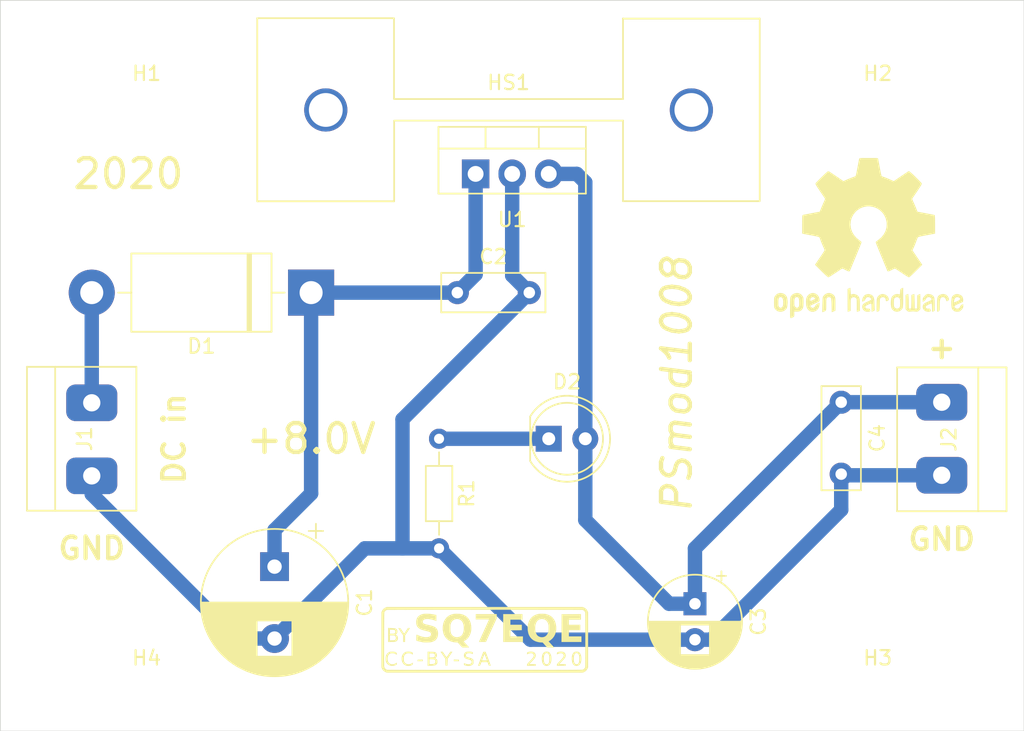
<source format=kicad_pcb>
(kicad_pcb (version 20171130) (host pcbnew 5.1.5+dfsg1-2build2)

  (general
    (thickness 1.6)
    (drawings 15)
    (tracks 37)
    (zones 0)
    (modules 17)
    (nets 6)
  )

  (page A4)
  (title_block
    (title "PSmodxxxx PCB")
    (rev 1.0)
    (company "MSc Paweł Sobótka")
    (comment 1 "CC-BY-SA 4.0")
    (comment 2 "by SQ7EQE")
  )

  (layers
    (0 F.Cu signal)
    (31 B.Cu signal)
    (32 B.Adhes user)
    (33 F.Adhes user)
    (34 B.Paste user)
    (35 F.Paste user)
    (36 B.SilkS user)
    (37 F.SilkS user)
    (38 B.Mask user)
    (39 F.Mask user)
    (40 Dwgs.User user)
    (41 Cmts.User user)
    (42 Eco1.User user)
    (43 Eco2.User user)
    (44 Edge.Cuts user)
    (45 Margin user)
    (46 B.CrtYd user)
    (47 F.CrtYd user)
    (48 B.Fab user)
    (49 F.Fab user)
  )

  (setup
    (last_trace_width 1)
    (trace_clearance 0.4)
    (zone_clearance 0.508)
    (zone_45_only no)
    (trace_min 0.2)
    (via_size 0.8)
    (via_drill 0.4)
    (via_min_size 0.4)
    (via_min_drill 0.3)
    (uvia_size 0.3)
    (uvia_drill 0.1)
    (uvias_allowed no)
    (uvia_min_size 0.2)
    (uvia_min_drill 0.1)
    (edge_width 0.05)
    (segment_width 0.2)
    (pcb_text_width 0.3)
    (pcb_text_size 1.5 1.5)
    (mod_edge_width 0.12)
    (mod_text_size 1 1)
    (mod_text_width 0.15)
    (pad_size 1.524 1.524)
    (pad_drill 0.762)
    (pad_to_mask_clearance 0.051)
    (solder_mask_min_width 0.25)
    (aux_axis_origin 0 0)
    (visible_elements FFFFFF7F)
    (pcbplotparams
      (layerselection 0x010fc_ffffffff)
      (usegerberextensions false)
      (usegerberattributes false)
      (usegerberadvancedattributes false)
      (creategerberjobfile false)
      (excludeedgelayer true)
      (linewidth 0.150000)
      (plotframeref false)
      (viasonmask false)
      (mode 1)
      (useauxorigin false)
      (hpglpennumber 1)
      (hpglpenspeed 20)
      (hpglpendiameter 15.000000)
      (psnegative false)
      (psa4output false)
      (plotreference true)
      (plotvalue true)
      (plotinvisibletext false)
      (padsonsilk false)
      (subtractmaskfromsilk false)
      (outputformat 1)
      (mirror false)
      (drillshape 1)
      (scaleselection 1)
      (outputdirectory ""))
  )

  (net 0 "")
  (net 1 "Net-(C1-Pad1)")
  (net 2 GND)
  (net 3 "Net-(C3-Pad1)")
  (net 4 "Net-(D1-Pad2)")
  (net 5 "Net-(D2-Pad1)")

  (net_class Default "To jest domyślna klasa połączeń."
    (clearance 0.4)
    (trace_width 1)
    (via_dia 0.8)
    (via_drill 0.4)
    (uvia_dia 0.3)
    (uvia_drill 0.1)
    (add_net GND)
    (add_net "Net-(C1-Pad1)")
    (add_net "Net-(C3-Pad1)")
    (add_net "Net-(D1-Pad2)")
    (add_net "Net-(D2-Pad1)")
  )

  (module ups-pcb:DG301-5.0-2P (layer F.Cu) (tedit 5F9AFBDA) (tstamp 5F994AC9)
    (at 191.135 107.99 90)
    (tags TerminalBlock)
    (path /5F9906BE)
    (fp_text reference J2 (at 0 0.5 90) (layer F.SilkS)
      (effects (font (size 1 1) (thickness 0.15)))
    )
    (fp_text value "DC out" (at 0 2.54 90) (layer F.Fab)
      (effects (font (size 1 1) (thickness 0.15)))
    )
    (fp_line (start -5 4.5) (end 5 4.5) (layer F.CrtYd) (width 0.12))
    (fp_line (start -5 -3.1) (end 5 -3.1) (layer F.CrtYd) (width 0.12))
    (fp_line (start -5 -3.1) (end -5 4.5) (layer F.CrtYd) (width 0.12))
    (fp_line (start 5 -3.1) (end 5 4.5) (layer F.CrtYd) (width 0.12))
    (fp_line (start -5 -3.1) (end 5 -3.1) (layer F.CrtYd) (width 0.12))
    (fp_line (start -5 -3.1) (end 5 -3.1) (layer F.SilkS) (width 0.12))
    (fp_line (start 5 -3.1) (end 5 4.5) (layer F.SilkS) (width 0.12))
    (fp_line (start -5 -3.1) (end -5 4.5) (layer F.SilkS) (width 0.12))
    (fp_line (start -5 4.5) (end 5 4.5) (layer F.SilkS) (width 0.12))
    (fp_line (start -5 2.54) (end 5 2.54) (layer F.SilkS) (width 0.12))
    (pad 1 thru_hole roundrect (at -2.5 0 90) (size 2.54 3.54) (drill 1.2) (layers *.Cu *.Mask) (roundrect_rratio 0.25)
      (net 2 GND))
    (pad 2 thru_hole roundrect (at 2.58 0 90) (size 2.54 3.54) (drill 1.2) (layers *.Cu *.Mask) (roundrect_rratio 0.25)
      (net 3 "Net-(C3-Pad1)"))
    (model ${KIPRJMOD}/packages3d/dg301-5.0P.step
      (at (xyz 0 0 0))
      (scale (xyz 1 1 1))
      (rotate (xyz 0 0 90))
    )
  )

  (module ups-pcb:DG301-5.0-2P (layer F.Cu) (tedit 5F9AFBDA) (tstamp 5F994AB9)
    (at 132.08 107.95 270)
    (tags TerminalBlock)
    (path /5F9900ED)
    (fp_text reference J1 (at 0 0.5 90) (layer F.SilkS)
      (effects (font (size 1 1) (thickness 0.15)))
    )
    (fp_text value "DC inp" (at 0 2.54 90) (layer F.Fab)
      (effects (font (size 1 1) (thickness 0.15)))
    )
    (fp_line (start -5 4.5) (end 5 4.5) (layer F.CrtYd) (width 0.12))
    (fp_line (start -5 -3.1) (end 5 -3.1) (layer F.CrtYd) (width 0.12))
    (fp_line (start -5 -3.1) (end -5 4.5) (layer F.CrtYd) (width 0.12))
    (fp_line (start 5 -3.1) (end 5 4.5) (layer F.CrtYd) (width 0.12))
    (fp_line (start -5 -3.1) (end 5 -3.1) (layer F.CrtYd) (width 0.12))
    (fp_line (start -5 -3.1) (end 5 -3.1) (layer F.SilkS) (width 0.12))
    (fp_line (start 5 -3.1) (end 5 4.5) (layer F.SilkS) (width 0.12))
    (fp_line (start -5 -3.1) (end -5 4.5) (layer F.SilkS) (width 0.12))
    (fp_line (start -5 4.5) (end 5 4.5) (layer F.SilkS) (width 0.12))
    (fp_line (start -5 2.54) (end 5 2.54) (layer F.SilkS) (width 0.12))
    (pad 1 thru_hole roundrect (at -2.5 0 270) (size 2.54 3.54) (drill 1.2) (layers *.Cu *.Mask) (roundrect_rratio 0.25)
      (net 4 "Net-(D1-Pad2)"))
    (pad 2 thru_hole roundrect (at 2.58 0 270) (size 2.54 3.54) (drill 1.2) (layers *.Cu *.Mask) (roundrect_rratio 0.25)
      (net 2 GND))
    (model ${KIPRJMOD}/packages3d/dg301-5.0P.step
      (at (xyz 0 0 0))
      (scale (xyz 1 1 1))
      (rotate (xyz 0 0 90))
    )
  )

  (module ups-pcb:sk104_25.4mm (layer F.Cu) (tedit 5F9AFC73) (tstamp 5F994AA9)
    (at 161.040001 85.09)
    (descr "radiator na profilu sk104")
    (tags heatsink)
    (path /5F98FE0B)
    (fp_text reference HS1 (at 0 -1.905) (layer F.SilkS)
      (effects (font (size 1 1) (thickness 0.15)))
    )
    (fp_text value sk104_25.4mm (at 0 -3.81) (layer F.Fab)
      (effects (font (size 1 1) (thickness 0.15)))
    )
    (fp_line (start -7.96 -6.37) (end -7.96 -0.77) (layer F.SilkS) (width 0.12))
    (fp_line (start 7.94 -6.35) (end 17.44 -6.35) (layer F.SilkS) (width 0.12))
    (fp_line (start 17.45 6.34) (end 17.45 -6.36) (layer F.SilkS) (width 0.12))
    (fp_line (start 7.94 6.34) (end 17.44 6.34) (layer F.SilkS) (width 0.12))
    (fp_line (start -17.47 -6.38) (end -7.97 -6.38) (layer F.SilkS) (width 0.12))
    (fp_line (start -17.46 6.35) (end -17.46 -6.35) (layer F.SilkS) (width 0.12))
    (fp_line (start -17.46 6.35) (end -7.96 6.35) (layer F.SilkS) (width 0.12))
    (fp_line (start -7.95 0.75) (end -7.95 6.35) (layer F.SilkS) (width 0.12))
    (fp_line (start 7.95 0.74) (end 7.95 6.34) (layer F.SilkS) (width 0.12))
    (fp_line (start -7.95 0.74) (end 7.95 0.74) (layer F.SilkS) (width 0.12))
    (fp_line (start 7.95 -6.36) (end 7.95 -0.76) (layer F.SilkS) (width 0.12))
    (fp_line (start -7.95 -0.76) (end 7.95 -0.76) (layer F.SilkS) (width 0.12))
    (fp_line (start 7.95 0.75) (end 7.95 6.35) (layer F.CrtYd) (width 0.12))
    (fp_line (start 7.95 -6.35) (end 7.95 -0.75) (layer F.CrtYd) (width 0.12))
    (fp_line (start 7.95 6.35) (end 17.45 6.35) (layer F.CrtYd) (width 0.12))
    (fp_line (start 7.95 -6.35) (end 17.45 -6.35) (layer F.CrtYd) (width 0.12))
    (fp_line (start -7.95 0.75) (end -7.95 6.35) (layer F.CrtYd) (width 0.12))
    (fp_line (start -7.95 -6.35) (end -7.95 -0.75) (layer F.CrtYd) (width 0.12))
    (fp_line (start -17.45 -6.35) (end -7.95 -6.35) (layer F.CrtYd) (width 0.12))
    (fp_line (start -17.45 6.35) (end -7.95 6.35) (layer F.CrtYd) (width 0.12))
    (fp_line (start -7.95 -0.75) (end 7.95 -0.75) (layer F.CrtYd) (width 0.12))
    (fp_line (start -7.95 0.75) (end 7.95 0.75) (layer F.CrtYd) (width 0.12))
    (fp_line (start 17.45 6.35) (end 17.45 -6.35) (layer F.CrtYd) (width 0.12))
    (fp_line (start -17.45 6.35) (end -17.45 -6.35) (layer F.CrtYd) (width 0.12))
    (pad "" np_thru_hole circle (at 12.7 0) (size 3 3) (drill 2.35) (layers *.Cu *.Mask))
    (pad "" np_thru_hole circle (at -12.7 0) (size 3 3) (drill 2.35) (layers *.Cu *.Mask))
    (model ${KIPRJMOD}/packages3d/sk104-1.step
      (offset (xyz -17.5 6.5 0))
      (scale (xyz 0.99 1 1))
      (rotate (xyz 0 0 0))
    )
  )

  (module ups-pcb:cc-by-sa (layer F.Cu) (tedit 0) (tstamp 5F999933)
    (at 159.385 121.92)
    (path /5F9A792F)
    (fp_text reference G1 (at 0 0) (layer F.SilkS) hide
      (effects (font (size 1.524 1.524) (thickness 0.3)))
    )
    (fp_text value CC-BY-SA (at 0.75 0) (layer F.SilkS) hide
      (effects (font (size 1.524 1.524) (thickness 0.3)))
    )
    (fp_poly (pts (xy 6.683375 -1.397) (xy 5.842 -1.397) (xy 5.842 -1.031875) (xy 6.63575 -1.031875)
      (xy 6.63575 -0.66675) (xy 5.842 -0.66675) (xy 5.842 -0.22225) (xy 6.715125 -0.22225)
      (xy 6.715125 0.15875) (xy 5.333754 0.15875) (xy 5.337845 -0.805657) (xy 5.341937 -1.770063)
      (xy 6.683375 -1.778345) (xy 6.683375 -1.397)) (layer F.SilkS) (width 0.01))
    (fp_poly (pts (xy 2.619375 -1.397) (xy 1.778 -1.397) (xy 1.778 -1.031875) (xy 2.57175 -1.031875)
      (xy 2.57175 -0.667305) (xy 2.178843 -0.663059) (xy 1.785937 -0.658813) (xy 1.78152 -0.440532)
      (xy 1.777104 -0.22225) (xy 2.651125 -0.22225) (xy 2.651125 0.15875) (xy 1.285875 0.15875)
      (xy 1.285875 -1.778) (xy 2.619375 -1.778) (xy 2.619375 -1.397)) (layer F.SilkS) (width 0.01))
    (fp_poly (pts (xy 0.8255 -1.481033) (xy 0.453404 -0.66511) (xy 0.081309 0.150812) (xy -0.157783 0.155194)
      (xy -0.240817 0.156049) (xy -0.311325 0.155504) (xy -0.363833 0.153701) (xy -0.392869 0.150786)
      (xy -0.396875 0.148916) (xy -0.390494 0.132828) (xy -0.372165 0.090576) (xy -0.34311 0.024887)
      (xy -0.30455 -0.061512) (xy -0.257708 -0.165896) (xy -0.203804 -0.285537) (xy -0.144061 -0.41771)
      (xy -0.0797 -0.559687) (xy -0.053998 -0.616276) (xy 0.012073 -0.761733) (xy 0.074262 -0.89876)
      (xy 0.131311 -1.02458) (xy 0.181964 -1.136416) (xy 0.224963 -1.231489) (xy 0.259053 -1.307021)
      (xy 0.282975 -1.360236) (xy 0.295473 -1.388355) (xy 0.29695 -1.391842) (xy 0.294239 -1.398059)
      (xy 0.27883 -1.402975) (xy 0.24777 -1.406727) (xy 0.198103 -1.409452) (xy 0.126877 -1.411286)
      (xy 0.031138 -1.412367) (xy -0.09207 -1.412831) (xy -0.157052 -1.412875) (xy -0.619125 -1.412875)
      (xy -0.619125 -1.778) (xy 0.8255 -1.778) (xy 0.8255 -1.481033)) (layer F.SilkS) (width 0.01))
    (fp_poly (pts (xy -5.230603 -0.807809) (xy -5.208576 -0.803272) (xy -5.207 -0.801464) (xy -5.215403 -0.786323)
      (xy -5.238786 -0.749063) (xy -5.274418 -0.693914) (xy -5.319564 -0.625105) (xy -5.371491 -0.546865)
      (xy -5.373688 -0.543572) (xy -5.540375 -0.293843) (xy -5.540375 0.15875) (xy -5.667375 0.15875)
      (xy -5.667375 -0.302646) (xy -5.834063 -0.546581) (xy -5.886641 -0.624062) (xy -5.932406 -0.692528)
      (xy -5.96855 -0.747695) (xy -5.992267 -0.785279) (xy -6.00075 -0.800984) (xy -5.986669 -0.806346)
      (xy -5.951239 -0.80749) (xy -5.933282 -0.80657) (xy -5.906822 -0.803979) (xy -5.885329 -0.797899)
      (xy -5.864783 -0.784294) (xy -5.841163 -0.75913) (xy -5.81045 -0.718372) (xy -5.768623 -0.657985)
      (xy -5.73322 -0.605776) (xy -5.600628 -0.409864) (xy -5.467131 -0.609745) (xy -5.333634 -0.809625)
      (xy -5.270317 -0.809625) (xy -5.230603 -0.807809)) (layer F.SilkS) (width 0.01))
    (fp_poly (pts (xy -6.480969 -0.806715) (xy -6.373205 -0.802568) (xy -6.291718 -0.795803) (xy -6.231058 -0.784911)
      (xy -6.185773 -0.768385) (xy -6.150409 -0.744716) (xy -6.119516 -0.712397) (xy -6.113694 -0.705145)
      (xy -6.079451 -0.640165) (xy -6.0679 -0.567735) (xy -6.077953 -0.496361) (xy -6.108522 -0.434547)
      (xy -6.153559 -0.393594) (xy -6.20932 -0.360695) (xy -6.150344 -0.327191) (xy -6.086407 -0.275748)
      (xy -6.04848 -0.207875) (xy -6.035603 -0.121583) (xy -6.036529 -0.091068) (xy -6.050675 -0.008265)
      (xy -6.083757 0.053613) (xy -6.140474 0.102015) (xy -6.168338 0.117973) (xy -6.197309 0.131076)
      (xy -6.230411 0.140547) (xy -6.273697 0.147144) (xy -6.333222 0.151628) (xy -6.415043 0.154757)
      (xy -6.473032 0.156206) (xy -6.715125 0.161599) (xy -6.715125 -0.301625) (xy -6.588125 -0.301625)
      (xy -6.588125 0.050515) (xy -6.421763 0.045101) (xy -6.346238 0.042089) (xy -6.295238 0.03784)
      (xy -6.261537 0.030722) (xy -6.237912 0.019106) (xy -6.21714 0.001365) (xy -6.213987 -0.001762)
      (xy -6.181102 -0.054216) (xy -6.169725 -0.117162) (xy -6.178255 -0.181601) (xy -6.205094 -0.238533)
      (xy -6.248645 -0.278962) (xy -6.264552 -0.286459) (xy -6.29832 -0.293358) (xy -6.353796 -0.298615)
      (xy -6.420951 -0.301393) (xy -6.446284 -0.301625) (xy -6.588125 -0.301625) (xy -6.715125 -0.301625)
      (xy -6.715125 -0.6985) (xy -6.588125 -0.6985) (xy -6.588125 -0.409775) (xy -6.431004 -0.415232)
      (xy -6.353676 -0.41906) (xy -6.301212 -0.425009) (xy -6.266736 -0.434369) (xy -6.243374 -0.448428)
      (xy -6.240504 -0.45093) (xy -6.216982 -0.49018) (xy -6.206369 -0.545749) (xy -6.210465 -0.604212)
      (xy -6.216987 -0.626352) (xy -6.245598 -0.66103) (xy -6.301106 -0.684257) (xy -6.384677 -0.696391)
      (xy -6.4524 -0.6985) (xy -6.588125 -0.6985) (xy -6.715125 -0.6985) (xy -6.715125 -0.813086)
      (xy -6.480969 -0.806715)) (layer F.SilkS) (width 0.01))
    (fp_poly (pts (xy -3.856768 -1.79492) (xy -3.697368 -1.777273) (xy -3.535998 -1.749854) (xy -3.472657 -1.736304)
      (xy -3.3655 -1.711956) (xy -3.3655 -1.303968) (xy -3.490551 -1.349606) (xy -3.627449 -1.392503)
      (xy -3.765107 -1.42264) (xy -3.897804 -1.439572) (xy -4.01982 -1.442851) (xy -4.125433 -1.432029)
      (xy -4.208923 -1.406661) (xy -4.210597 -1.405875) (xy -4.267552 -1.364213) (xy -4.301901 -1.308664)
      (xy -4.312859 -1.246584) (xy -4.29964 -1.185328) (xy -4.261458 -1.132252) (xy -4.241488 -1.11659)
      (xy -4.199688 -1.095814) (xy -4.139082 -1.074343) (xy -4.072203 -1.056567) (xy -4.066863 -1.055416)
      (xy -3.899498 -1.018362) (xy -3.760475 -0.983585) (xy -3.646574 -0.949929) (xy -3.554573 -0.916238)
      (xy -3.481253 -0.881354) (xy -3.423391 -0.844121) (xy -3.384625 -0.810433) (xy -3.314511 -0.718244)
      (xy -3.268382 -0.607344) (xy -3.247045 -0.480722) (xy -3.251311 -0.341369) (xy -3.253401 -0.325218)
      (xy -3.284785 -0.188755) (xy -3.338378 -0.074408) (xy -3.41502 0.018692) (xy -3.515551 0.091415)
      (xy -3.640811 0.144629) (xy -3.729524 0.16784) (xy -3.785659 0.175867) (xy -3.864358 0.182087)
      (xy -3.956473 0.186296) (xy -4.05286 0.188289) (xy -4.144372 0.187863) (xy -4.221862 0.184813)
      (xy -4.270375 0.179925) (xy -4.348502 0.165574) (xy -4.442739 0.145287) (xy -4.53895 0.122333)
      (xy -4.623002 0.099978) (xy -4.647407 0.092755) (xy -4.746625 0.062224) (xy -4.746625 -0.145212)
      (xy -4.745924 -0.233289) (xy -4.743573 -0.293345) (xy -4.739205 -0.329083) (xy -4.732452 -0.344207)
      (xy -4.726782 -0.344807) (xy -4.704075 -0.335549) (xy -4.659732 -0.317257) (xy -4.601426 -0.293104)
      (xy -4.56882 -0.279563) (xy -4.420469 -0.224763) (xy -4.284205 -0.190067) (xy -4.149603 -0.173191)
      (xy -4.071938 -0.170674) (xy -3.951293 -0.177403) (xy -3.858001 -0.198919) (xy -3.790981 -0.235887)
      (xy -3.749148 -0.288971) (xy -3.73142 -0.358836) (xy -3.730625 -0.380148) (xy -3.737544 -0.442943)
      (xy -3.760113 -0.485932) (xy -3.762836 -0.488963) (xy -3.784128 -0.510106) (xy -3.807511 -0.528099)
      (xy -3.83707 -0.544365) (xy -3.876888 -0.560328) (xy -3.931052 -0.577411) (xy -4.003644 -0.597037)
      (xy -4.09875 -0.620632) (xy -4.220454 -0.649617) (xy -4.230688 -0.652029) (xy -4.386509 -0.697965)
      (xy -4.513679 -0.756253) (xy -4.613284 -0.828127) (xy -4.686411 -0.914819) (xy -4.734148 -1.017562)
      (xy -4.757583 -1.137588) (xy -4.759344 -1.251438) (xy -4.740951 -1.38711) (xy -4.699594 -1.502097)
      (xy -4.633903 -1.598174) (xy -4.542506 -1.677112) (xy -4.424033 -1.740686) (xy -4.362906 -1.764272)
      (xy -4.267267 -1.787471) (xy -4.147306 -1.800194) (xy -4.00861 -1.802619) (xy -3.856768 -1.79492)) (layer F.SilkS) (width 0.01))
    (fp_poly (pts (xy 4.087612 -1.797844) (xy 4.193582 -1.788715) (xy 4.279532 -1.77348) (xy 4.28625 -1.771726)
      (xy 4.451306 -1.712893) (xy 4.593578 -1.631958) (xy 4.71303 -1.528966) (xy 4.809628 -1.403963)
      (xy 4.883335 -1.256993) (xy 4.934118 -1.088103) (xy 4.961941 -0.897336) (xy 4.961973 -0.896938)
      (xy 4.963268 -0.711119) (xy 4.937256 -0.535334) (xy 4.885111 -0.372124) (xy 4.808004 -0.224033)
      (xy 4.70711 -0.093603) (xy 4.583599 0.016624) (xy 4.521234 0.058784) (xy 4.427854 0.116422)
      (xy 4.481065 0.173304) (xy 4.512428 0.207239) (xy 4.558864 0.257989) (xy 4.614192 0.318782)
      (xy 4.672235 0.382843) (xy 4.674156 0.384968) (xy 4.814034 0.53975) (xy 4.336267 0.53975)
      (xy 4.182172 0.367332) (xy 4.028078 0.194915) (xy 3.88332 0.185628) (xy 3.69886 0.160817)
      (xy 3.533275 0.111678) (xy 3.387517 0.038895) (xy 3.262542 -0.05685) (xy 3.159303 -0.174873)
      (xy 3.078754 -0.314491) (xy 3.038058 -0.419457) (xy 3.008383 -0.542476) (xy 2.99071 -0.683876)
      (xy 2.988832 -0.738448) (xy 3.497536 -0.738448) (xy 3.512708 -0.608851) (xy 3.543322 -0.488071)
      (xy 3.589299 -0.381928) (xy 3.650559 -0.296241) (xy 3.670206 -0.276917) (xy 3.76166 -0.214838)
      (xy 3.867457 -0.177492) (xy 3.980891 -0.165842) (xy 4.095255 -0.180853) (xy 4.167187 -0.205482)
      (xy 4.23743 -0.249857) (xy 4.305416 -0.317212) (xy 4.363816 -0.399184) (xy 4.398682 -0.469602)
      (xy 4.413496 -0.510047) (xy 4.423849 -0.548931) (xy 4.430537 -0.593243) (xy 4.434357 -0.649976)
      (xy 4.436107 -0.726122) (xy 4.436544 -0.801688) (xy 4.436283 -0.896989) (xy 4.434482 -0.967746)
      (xy 4.430326 -1.021157) (xy 4.423003 -1.06442) (xy 4.4117 -1.104733) (xy 4.397999 -1.143)
      (xy 4.3411 -1.254465) (xy 4.265067 -1.341164) (xy 4.171679 -1.401944) (xy 4.062713 -1.435649)
      (xy 3.939948 -1.441126) (xy 3.938845 -1.441048) (xy 3.82513 -1.420804) (xy 3.729674 -1.37654)
      (xy 3.656078 -1.315048) (xy 3.592852 -1.228642) (xy 3.545464 -1.12196) (xy 3.513835 -1.000822)
      (xy 3.497885 -0.871045) (xy 3.497536 -0.738448) (xy 2.988832 -0.738448) (xy 2.985596 -0.832424)
      (xy 2.993597 -0.976888) (xy 3.00616 -1.063625) (xy 3.052575 -1.230696) (xy 3.124735 -1.379817)
      (xy 3.221206 -1.509448) (xy 3.340552 -1.61805) (xy 3.481338 -1.704082) (xy 3.642129 -1.766004)
      (xy 3.667125 -1.772917) (xy 3.751378 -1.788405) (xy 3.85633 -1.797709) (xy 3.971802 -1.800849)
      (xy 4.087612 -1.797844)) (layer F.SilkS) (width 0.01))
    (fp_poly (pts (xy -1.755001 -1.792265) (xy -1.604178 -1.767851) (xy -1.471404 -1.724952) (xy -1.351736 -1.661875)
      (xy -1.240232 -1.576926) (xy -1.217136 -1.555911) (xy -1.111612 -1.435933) (xy -1.031148 -1.2968)
      (xy -0.975693 -1.138365) (xy -0.945199 -0.960481) (xy -0.939613 -0.762999) (xy -0.940211 -0.747054)
      (xy -0.945877 -0.651672) (xy -0.955098 -0.575891) (xy -0.969945 -0.507594) (xy -0.992493 -0.434665)
      (xy -0.99481 -0.427924) (xy -1.062259 -0.273534) (xy -1.15007 -0.139003) (xy -1.255903 -0.027244)
      (xy -1.377417 0.058828) (xy -1.392047 0.066818) (xy -1.431782 0.090169) (xy -1.45648 0.109055)
      (xy -1.4605 0.115281) (xy -1.450405 0.130788) (xy -1.422647 0.165194) (xy -1.381019 0.213996)
      (xy -1.329317 0.272689) (xy -1.306715 0.29787) (xy -1.248911 0.361986) (xy -1.196332 0.420402)
      (xy -1.15382 0.46773) (xy -1.12622 0.498582) (xy -1.121385 0.504031) (xy -1.089841 0.53975)
      (xy -1.326765 0.539718) (xy -1.563688 0.539687) (xy -1.717467 0.367554) (xy -1.871245 0.19542)
      (xy -2.019092 0.185187) (xy -2.191282 0.163535) (xy -2.341209 0.122919) (xy -2.473361 0.061471)
      (xy -2.592229 -0.022674) (xy -2.652384 -0.078117) (xy -2.746756 -0.188402) (xy -2.818713 -0.309851)
      (xy -2.87003 -0.446873) (xy -2.902482 -0.603874) (xy -2.915068 -0.73025) (xy -2.914676 -0.809625)
      (xy -2.388706 -0.809625) (xy -2.387194 -0.687929) (xy -2.381223 -0.591604) (xy -2.369441 -0.514424)
      (xy -2.350495 -0.450162) (xy -2.323034 -0.392592) (xy -2.285775 -0.335583) (xy -2.211607 -0.25902)
      (xy -2.119422 -0.204893) (xy -2.014775 -0.174374) (xy -1.903225 -0.168632) (xy -1.790329 -0.188837)
      (xy -1.719198 -0.216277) (xy -1.663933 -0.248129) (xy -1.614047 -0.286013) (xy -1.593629 -0.306405)
      (xy -1.532046 -0.400994) (xy -1.48729 -0.515074) (xy -1.459275 -0.642492) (xy -1.44791 -0.777093)
      (xy -1.453107 -0.912723) (xy -1.474777 -1.043227) (xy -1.512831 -1.162452) (xy -1.56718 -1.264242)
      (xy -1.608204 -1.315048) (xy -1.691337 -1.38252) (xy -1.788532 -1.424099) (xy -1.890971 -1.441048)
      (xy -2.013447 -1.435427) (xy -2.123418 -1.401255) (xy -2.21839 -1.34011) (xy -2.295869 -1.253572)
      (xy -2.350713 -1.15) (xy -2.365335 -1.110276) (xy -2.375632 -1.072251) (xy -2.382362 -1.029137)
      (xy -2.386281 -0.974147) (xy -2.388148 -0.900493) (xy -2.388706 -0.809625) (xy -2.914676 -0.809625)
      (xy -2.914145 -0.916702) (xy -2.887781 -1.091387) (xy -2.837149 -1.251888) (xy -2.763418 -1.395787)
      (xy -2.667759 -1.520666) (xy -2.551344 -1.624107) (xy -2.45264 -1.685367) (xy -2.354133 -1.732201)
      (xy -2.260559 -1.765058) (xy -2.162716 -1.78595) (xy -2.051402 -1.796888) (xy -1.928813 -1.799889)
      (xy -1.755001 -1.792265)) (layer F.SilkS) (width 0.01))
    (fp_poly (pts (xy -1.801813 1.389062) (xy -1.796838 1.440656) (xy -1.791864 1.49225) (xy -2.143125 1.49225)
      (xy -2.143125 1.38005) (xy -1.801813 1.389062)) (layer F.SilkS) (width 0.01))
    (fp_poly (pts (xy -4.318 1.49225) (xy -4.669262 1.49225) (xy -4.664288 1.440656) (xy -4.659313 1.389062)
      (xy -4.488657 1.384556) (xy -4.318 1.38005) (xy -4.318 1.49225)) (layer F.SilkS) (width 0.01))
    (fp_poly (pts (xy 5.414518 0.840332) (xy 5.491743 0.868822) (xy 5.505684 0.877232) (xy 5.568258 0.936395)
      (xy 5.606721 1.01167) (xy 5.619643 1.096952) (xy 5.605596 1.186137) (xy 5.588219 1.229858)
      (xy 5.566808 1.262981) (xy 5.527515 1.313402) (xy 5.474772 1.37583) (xy 5.413009 1.444976)
      (xy 5.364628 1.496808) (xy 5.172567 1.698625) (xy 5.61975 1.698625) (xy 5.61975 1.80975)
      (xy 5.0165 1.80975) (xy 5.0165 1.751789) (xy 5.018193 1.729512) (xy 5.025265 1.707218)
      (xy 5.040707 1.681003) (xy 5.067508 1.646966) (xy 5.108658 1.601206) (xy 5.167146 1.53982)
      (xy 5.222692 1.482714) (xy 5.314782 1.386252) (xy 5.384938 1.307152) (xy 5.435308 1.242087)
      (xy 5.468044 1.187729) (xy 5.485294 1.140753) (xy 5.489209 1.097831) (xy 5.486428 1.074593)
      (xy 5.460282 1.010519) (xy 5.411693 0.965715) (xy 5.344122 0.941093) (xy 5.261031 0.937566)
      (xy 5.165882 0.956045) (xy 5.110558 0.975556) (xy 5.014748 1.014487) (xy 5.019592 0.94834)
      (xy 5.023444 0.911963) (xy 5.033199 0.889602) (xy 5.056207 0.874231) (xy 5.099815 0.858821)
      (xy 5.119687 0.85262) (xy 5.219299 0.831645) (xy 5.32064 0.827745) (xy 5.414518 0.840332)) (layer F.SilkS) (width 0.01))
    (fp_poly (pts (xy 3.347706 0.845727) (xy 3.42663 0.883406) (xy 3.48688 0.938552) (xy 3.525132 1.009439)
      (xy 3.538062 1.094345) (xy 3.537027 1.116638) (xy 3.530481 1.161287) (xy 3.516779 1.20444)
      (xy 3.493196 1.250103) (xy 3.457008 1.302283) (xy 3.405491 1.364985) (xy 3.335919 1.442214)
      (xy 3.262691 1.520031) (xy 3.092637 1.698625) (xy 3.540125 1.698625) (xy 3.540125 1.80975)
      (xy 2.936875 1.80975) (xy 2.936875 1.752386) (xy 2.938666 1.730158) (xy 2.946021 1.707618)
      (xy 2.961911 1.680856) (xy 2.989309 1.645961) (xy 3.031186 1.599023) (xy 3.090514 1.536133)
      (xy 3.141566 1.483063) (xy 3.216753 1.403127) (xy 3.282473 1.329216) (xy 3.334947 1.265814)
      (xy 3.370393 1.217405) (xy 3.38136 1.198592) (xy 3.406556 1.121009) (xy 3.401808 1.053537)
      (xy 3.367 0.995405) (xy 3.347867 0.977269) (xy 3.287194 0.945957) (xy 3.208406 0.935738)
      (xy 3.117148 0.946647) (xy 3.027313 0.975259) (xy 2.935189 1.01314) (xy 2.94 0.947579)
      (xy 2.944194 0.910208) (xy 2.954975 0.887729) (xy 2.980081 0.872345) (xy 3.027252 0.856253)
      (xy 3.032125 0.854729) (xy 3.147129 0.829664) (xy 3.253431 0.827238) (xy 3.347706 0.845727)) (layer F.SilkS) (width 0.01))
    (fp_poly (pts (xy 0.23433 1.313284) (xy 0.277953 1.428996) (xy 0.317716 1.535189) (xy 0.352277 1.628225)
      (xy 0.380296 1.704465) (xy 0.40043 1.76027) (xy 0.41134 1.792001) (xy 0.412924 1.797843)
      (xy 0.39873 1.805359) (xy 0.363563 1.809481) (xy 0.35039 1.80975) (xy 0.314843 1.808212)
      (xy 0.292716 1.798823) (xy 0.276176 1.774422) (xy 0.257388 1.727844) (xy 0.255605 1.723084)
      (xy 0.235743 1.667716) (xy 0.219504 1.618451) (xy 0.213056 1.596084) (xy 0.202933 1.55575)
      (xy -0.2355 1.55575) (xy -0.263198 1.631156) (xy -0.290899 1.706355) (xy -0.31093 1.756825)
      (xy -0.326979 1.787483) (xy -0.342736 1.803249) (xy -0.361888 1.809042) (xy -0.388126 1.809779)
      (xy -0.397135 1.80975) (xy -0.438268 1.807697) (xy -0.454663 1.799281) (xy -0.453476 1.781968)
      (xy -0.445713 1.760597) (xy -0.428087 1.713463) (xy -0.402071 1.64446) (xy -0.369138 1.557482)
      (xy -0.33076 1.456424) (xy -0.32232 1.434254) (xy -0.1905 1.434254) (xy -0.1757 1.438439)
      (xy -0.13559 1.441816) (xy -0.076608 1.443998) (xy -0.017521 1.444625) (xy 0.155458 1.444625)
      (xy 0.075361 1.226343) (xy 0.046277 1.148194) (xy 0.020388 1.080687) (xy -0.00009 1.029455)
      (xy -0.012936 1.000129) (xy -0.015499 0.995725) (xy -0.023472 1.006291) (xy -0.039988 1.040541)
      (xy -0.06261 1.092369) (xy -0.0889 1.155669) (xy -0.116423 1.224333) (xy -0.142741 1.292254)
      (xy -0.165416 1.353327) (xy -0.182013 1.401445) (xy -0.190095 1.430501) (xy -0.1905 1.434254)
      (xy -0.32232 1.434254) (xy -0.28841 1.34518) (xy -0.27185 1.30175) (xy -0.099264 0.849312)
      (xy -0.021851 0.844972) (xy 0.055562 0.840631) (xy 0.23433 1.313284)) (layer F.SilkS) (width 0.01))
    (fp_poly (pts (xy -2.794 1.031875) (xy -2.747908 1.099519) (xy -2.707577 1.156545) (xy -2.676434 1.19827)
      (xy -2.657905 1.220016) (xy -2.654781 1.222071) (xy -2.642382 1.209406) (xy -2.616177 1.174801)
      (xy -2.579569 1.122996) (xy -2.535963 1.058731) (xy -2.517965 1.031571) (xy -2.392741 0.841375)
      (xy -2.253742 0.841375) (xy -2.416715 1.083468) (xy -2.579688 1.325562) (xy -2.587625 1.563687)
      (xy -2.595563 1.801812) (xy -2.651693 1.806536) (xy -2.692147 1.80677) (xy -2.717575 1.80114)
      (xy -2.719162 1.799922) (xy -2.723201 1.78078) (xy -2.726606 1.735861) (xy -2.729094 1.671135)
      (xy -2.730383 1.592574) (xy -2.7305 1.559589) (xy -2.7305 1.330595) (xy -2.89793 1.085985)
      (xy -3.065359 0.841375) (xy -2.921627 0.841375) (xy -2.794 1.031875)) (layer F.SilkS) (width 0.01))
    (fp_poly (pts (xy -3.726657 0.843918) (xy -3.616147 0.847631) (xy -3.532374 0.854378) (xy -3.470349 0.865962)
      (xy -3.425081 0.884185) (xy -3.391583 0.91085) (xy -3.364864 0.94776) (xy -3.347377 0.980957)
      (xy -3.325053 1.05749) (xy -3.328948 1.133015) (xy -3.357006 1.20026) (xy -3.40717 1.251953)
      (xy -3.427423 1.263955) (xy -3.448028 1.276116) (xy -3.448253 1.287005) (xy -3.425192 1.303596)
      (xy -3.406192 1.314928) (xy -3.342198 1.365081) (xy -3.304168 1.427201) (xy -3.28951 1.506566)
      (xy -3.289967 1.551505) (xy -3.295755 1.611799) (xy -3.307676 1.652706) (xy -3.330072 1.686538)
      (xy -3.342423 1.700304) (xy -3.379207 1.735129) (xy -3.418443 1.760997) (xy -3.46579 1.779436)
      (xy -3.526905 1.791976) (xy -3.607445 1.800144) (xy -3.713068 1.805468) (xy -3.734594 1.806222)
      (xy -3.96875 1.814064) (xy -3.96875 1.349375) (xy -3.84175 1.349375) (xy -3.84175 1.698625)
      (xy -3.706303 1.698625) (xy -3.625761 1.695576) (xy -3.55832 1.687205) (xy -3.517081 1.676156)
      (xy -3.463223 1.640804) (xy -3.433203 1.587777) (xy -3.424671 1.520031) (xy -3.435805 1.445055)
      (xy -3.468304 1.390966) (xy -3.502929 1.367003) (xy -3.535618 1.359206) (xy -3.59055 1.353174)
      (xy -3.658232 1.349794) (xy -3.691685 1.349375) (xy -3.84175 1.349375) (xy -3.96875 1.349375)
      (xy -3.96875 0.9525) (xy -3.84175 0.9525) (xy -3.84175 1.23825) (xy -3.717119 1.23825)
      (xy -3.649808 1.236001) (xy -3.588417 1.230073) (xy -3.545197 1.221695) (xy -3.542159 1.220705)
      (xy -3.495682 1.195365) (xy -3.469925 1.155363) (xy -3.460906 1.093899) (xy -3.46075 1.081695)
      (xy -3.466646 1.031894) (xy -3.488623 0.997532) (xy -3.502579 0.985402) (xy -3.52756 0.969404)
      (xy -3.558176 0.95951) (xy -3.602324 0.954357) (xy -3.667903 0.952579) (xy -3.693079 0.9525)
      (xy -3.84175 0.9525) (xy -3.96875 0.9525) (xy -3.96875 0.838525) (xy -3.726657 0.843918)) (layer F.SilkS) (width 0.01))
    (fp_poly (pts (xy 6.457557 0.833937) (xy 6.538086 0.865471) (xy 6.603233 0.924142) (xy 6.639368 0.979129)
      (xy 6.678784 1.077808) (xy 6.702959 1.195343) (xy 6.7115 1.322527) (xy 6.704014 1.450153)
      (xy 6.68011 1.569012) (xy 6.666303 1.610866) (xy 6.617376 1.701305) (xy 6.549273 1.768067)
      (xy 6.465954 1.809156) (xy 6.371378 1.822578) (xy 6.275025 1.807976) (xy 6.216922 1.777728)
      (xy 6.159984 1.725118) (xy 6.112231 1.658787) (xy 6.087525 1.605959) (xy 6.07041 1.537508)
      (xy 6.058321 1.448505) (xy 6.053045 1.368715) (xy 6.179689 1.368715) (xy 6.188037 1.469951)
      (xy 6.2065 1.557789) (xy 6.216258 1.58586) (xy 6.242165 1.63488) (xy 6.27406 1.675469)
      (xy 6.282545 1.683047) (xy 6.338873 1.70905) (xy 6.404161 1.712537) (xy 6.465017 1.693541)
      (xy 6.481587 1.682548) (xy 6.524367 1.629628) (xy 6.554732 1.548585) (xy 6.57235 1.440661)
      (xy 6.577051 1.325562) (xy 6.573147 1.210691) (xy 6.561325 1.121369) (xy 6.540336 1.052104)
      (xy 6.508933 0.997404) (xy 6.499965 0.986138) (xy 6.445025 0.942072) (xy 6.382776 0.925686)
      (xy 6.320437 0.93643) (xy 6.265227 0.973752) (xy 6.24017 1.005966) (xy 6.211695 1.072706)
      (xy 6.191881 1.161283) (xy 6.181091 1.262889) (xy 6.179689 1.368715) (xy 6.053045 1.368715)
      (xy 6.051796 1.349832) (xy 6.051373 1.252369) (xy 6.057593 1.166997) (xy 6.063935 1.129609)
      (xy 6.097699 1.01755) (xy 6.144056 0.933366) (xy 6.205031 0.874991) (xy 6.282647 0.84036)
      (xy 6.359318 0.828283) (xy 6.457557 0.833937)) (layer F.SilkS) (width 0.01))
    (fp_poly (pts (xy 4.374985 0.834127) (xy 4.454852 0.86409) (xy 4.51878 0.920366) (xy 4.560444 0.985472)
      (xy 4.600661 1.088937) (xy 4.624414 1.204651) (xy 4.632148 1.325807) (xy 4.624308 1.445594)
      (xy 4.60134 1.557204) (xy 4.563688 1.653827) (xy 4.511863 1.728586) (xy 4.434706 1.788269)
      (xy 4.346135 1.818748) (xy 4.248478 1.819441) (xy 4.19507 1.80789) (xy 4.124405 1.771377)
      (xy 4.06385 1.707188) (xy 4.016026 1.6185) (xy 3.998978 1.570201) (xy 3.977309 1.46807)
      (xy 3.971227 1.391767) (xy 4.098558 1.391767) (xy 4.112178 1.507525) (xy 4.140751 1.598818)
      (xy 4.183768 1.664486) (xy 4.240722 1.703367) (xy 4.302105 1.7145) (xy 4.354126 1.708749)
      (xy 4.39311 1.686557) (xy 4.412816 1.667338) (xy 4.444097 1.622032) (xy 4.46995 1.564704)
      (xy 4.476146 1.544307) (xy 4.486442 1.482384) (xy 4.49261 1.400895) (xy 4.494615 1.310418)
      (xy 4.492425 1.221533) (xy 4.486008 1.144819) (xy 4.477529 1.098269) (xy 4.444943 1.020537)
      (xy 4.398359 0.965252) (xy 4.34291 0.933276) (xy 4.283729 0.925472) (xy 4.225949 0.942702)
      (xy 4.174704 0.985829) (xy 4.140903 1.041702) (xy 4.120344 1.10756) (xy 4.105578 1.195548)
      (xy 4.100398 1.252708) (xy 4.098558 1.391767) (xy 3.971227 1.391767) (xy 3.968141 1.353063)
      (xy 3.971103 1.235281) (xy 3.985826 1.124827) (xy 4.011938 1.031804) (xy 4.019349 1.014301)
      (xy 4.069585 0.928873) (xy 4.13103 0.871368) (xy 4.207908 0.838734) (xy 4.276249 0.828862)
      (xy 4.374985 0.834127)) (layer F.SilkS) (width 0.01))
    (fp_poly (pts (xy -1.038823 0.829878) (xy -0.957797 0.836938) (xy -0.912813 0.8457) (xy -0.866226 0.859585)
      (xy -0.842106 0.874338) (xy -0.832139 0.898594) (xy -0.828578 0.933171) (xy -0.823718 0.999249)
      (xy -0.883034 0.974465) (xy -0.974079 0.945607) (xy -1.065838 0.932668) (xy -1.151461 0.93529)
      (xy -1.2241 0.953112) (xy -1.276906 0.985775) (xy -1.285734 0.995613) (xy -1.311349 1.048315)
      (xy -1.315874 1.106466) (xy -1.299241 1.157956) (xy -1.286713 1.173912) (xy -1.251728 1.197267)
      (xy -1.202516 1.217499) (xy -1.187494 1.221737) (xy -1.088927 1.246421) (xy -1.01586 1.265834)
      (xy -0.962902 1.28204) (xy -0.92466 1.297101) (xy -0.895743 1.31308) (xy -0.870759 1.33204)
      (xy -0.849753 1.350953) (xy -0.785813 1.410596) (xy -0.785813 1.669153) (xy -0.850652 1.729634)
      (xy -0.92385 1.778596) (xy -1.016265 1.811191) (xy -1.118824 1.825463) (xy -1.222455 1.819457)
      (xy -1.246188 1.814846) (xy -1.279331 1.806605) (xy -1.329215 1.793324) (xy -1.361282 1.784494)
      (xy -1.409093 1.770141) (xy -1.433875 1.756268) (xy -1.443196 1.734884) (xy -1.444625 1.697995)
      (xy -1.444625 1.696483) (xy -1.442769 1.656001) (xy -1.434875 1.640553) (xy -1.417457 1.643523)
      (xy -1.416844 1.643787) (xy -1.303537 1.684745) (xy -1.198755 1.706931) (xy -1.105522 1.711113)
      (xy -1.02686 1.698061) (xy -0.965791 1.668542) (xy -0.925337 1.623325) (xy -0.90852 1.563179)
      (xy -0.91189 1.5154) (xy -0.930649 1.466466) (xy -0.968895 1.428201) (xy -1.030627 1.3979)
      (xy -1.119848 1.372859) (xy -1.124222 1.37189) (xy -1.240497 1.340509) (xy -1.327919 1.302689)
      (xy -1.38911 1.256178) (xy -1.42669 1.198722) (xy -1.443279 1.128068) (xy -1.444625 1.096434)
      (xy -1.431661 1.005488) (xy -1.392327 0.931883) (xy -1.333221 0.878993) (xy -1.295087 0.856564)
      (xy -1.256939 0.842585) (xy -1.208621 0.834598) (xy -1.139976 0.830146) (xy -1.129565 0.829719)
      (xy -1.038823 0.829878)) (layer F.SilkS) (width 0.01))
    (fp_poly (pts (xy -5.173998 0.84017) (xy -5.082126 0.866906) (xy -5.076032 0.86954) (xy -5.031733 0.890929)
      (xy -5.009394 0.910168) (xy -5.001529 0.936982) (xy -5.000625 0.967482) (xy -5.002211 1.007594)
      (xy -5.006176 1.030105) (xy -5.007858 1.031875) (xy -5.024199 1.023763) (xy -5.056875 1.003332)
      (xy -5.072955 0.992607) (xy -5.132767 0.96006) (xy -5.199007 0.942162) (xy -5.28083 0.937092)
      (xy -5.340361 0.939396) (xy -5.436143 0.957378) (xy -5.51227 0.999269) (xy -5.57237 1.067392)
      (xy -5.591562 1.100263) (xy -5.609119 1.139612) (xy -5.619878 1.182303) (xy -5.625369 1.237696)
      (xy -5.627124 1.315154) (xy -5.627134 1.317625) (xy -5.626121 1.394999) (xy -5.621323 1.450696)
      (xy -5.611108 1.494713) (xy -5.593844 1.537051) (xy -5.590046 1.544891) (xy -5.536165 1.621225)
      (xy -5.463499 1.675457) (xy -5.376865 1.706718) (xy -5.281085 1.714141) (xy -5.180975 1.696856)
      (xy -5.081357 1.653996) (xy -5.059202 1.640545) (xy -4.998716 1.60166) (xy -5.00364 1.669986)
      (xy -5.008951 1.711716) (xy -5.022586 1.737992) (xy -5.052557 1.759525) (xy -5.082059 1.774794)
      (xy -5.155339 1.800234) (xy -5.245496 1.81582) (xy -5.338815 1.820208) (xy -5.421584 1.812052)
      (xy -5.433735 1.809292) (xy -5.541906 1.767449) (xy -5.630712 1.700894) (xy -5.701246 1.60869)
      (xy -5.728047 1.556987) (xy -5.756039 1.467758) (xy -5.769276 1.361863) (xy -5.767449 1.25091)
      (xy -5.750243 1.146508) (xy -5.740023 1.112176) (xy -5.69344 1.020179) (xy -5.623882 0.939176)
      (xy -5.539087 0.876919) (xy -5.477959 0.849672) (xy -5.385558 0.830879) (xy -5.27969 0.827936)
      (xy -5.173998 0.84017)) (layer F.SilkS) (width 0.01))
    (fp_poly (pts (xy -6.352673 0.834671) (xy -6.297532 0.839536) (xy -6.253819 0.849781) (xy -6.211403 0.867151)
      (xy -6.199188 0.873125) (xy -6.153414 0.897792) (xy -6.129055 0.919218) (xy -6.118511 0.947058)
      (xy -6.114936 0.98019) (xy -6.110059 1.047567) (xy -6.192907 0.996066) (xy -6.242716 0.967959)
      (xy -6.287984 0.951371) (xy -6.341772 0.942667) (xy -6.397746 0.939025) (xy -6.502341 0.942805)
      (xy -6.584959 0.966013) (xy -6.650066 1.010498) (xy -6.691225 1.060645) (xy -6.731686 1.146055)
      (xy -6.753347 1.245634) (xy -6.756632 1.351082) (xy -6.741967 1.454096) (xy -6.709775 1.546375)
      (xy -6.662774 1.617158) (xy -6.592276 1.671569) (xy -6.505636 1.7037) (xy -6.409687 1.713185)
      (xy -6.311264 1.699657) (xy -6.217199 1.662748) (xy -6.184489 1.642835) (xy -6.147788 1.618938)
      (xy -6.123377 1.604915) (xy -6.119108 1.603375) (xy -6.114602 1.617486) (xy -6.112074 1.652789)
      (xy -6.111875 1.667753) (xy -6.113489 1.704396) (xy -6.122942 1.727958) (xy -6.147153 1.746802)
      (xy -6.193041 1.769288) (xy -6.197634 1.771392) (xy -6.283389 1.800026) (xy -6.382041 1.816617)
      (xy -6.478996 1.819447) (xy -6.5405 1.811796) (xy -6.644769 1.774333) (xy -6.736586 1.712704)
      (xy -6.81019 1.632095) (xy -6.85982 1.53769) (xy -6.866012 1.5188) (xy -6.883537 1.429847)
      (xy -6.889602 1.328431) (xy -6.884416 1.227079) (xy -6.86819 1.138314) (xy -6.859169 1.110482)
      (xy -6.814068 1.016446) (xy -6.756238 0.945156) (xy -6.678501 0.888093) (xy -6.665441 0.880655)
      (xy -6.621883 0.858117) (xy -6.583776 0.844139) (xy -6.541073 0.836713) (xy -6.48373 0.833829)
      (xy -6.429375 0.833437) (xy -6.352673 0.834671)) (layer F.SilkS) (width 0.01))
    (fp_poly (pts (xy 6.918328 -2.221579) (xy 7.004848 -2.169067) (xy 7.070501 -2.105317) (xy 7.123874 -2.021369)
      (xy 7.13812 -1.992313) (xy 7.175189 -1.912938) (xy 7.175189 1.928812) (xy 7.13812 2.008187)
      (xy 7.086683 2.099579) (xy 7.02543 2.168204) (xy 6.945771 2.223023) (xy 6.918328 2.237453)
      (xy 6.821178 2.286) (xy -6.821179 2.286) (xy -6.918329 2.237453) (xy -7.004849 2.184941)
      (xy -7.070502 2.121191) (xy -7.123875 2.037243) (xy -7.138121 2.008187) (xy -7.17519 1.928812)
      (xy -7.17519 0.838471) (xy -6.998817 0.838471) (xy -6.99865 1.033975) (xy -6.998319 1.213267)
      (xy -6.997829 1.374238) (xy -6.997187 1.514781) (xy -6.996397 1.632787) (xy -6.995465 1.726147)
      (xy -6.994397 1.792755) (xy -6.993198 1.830501) (xy -6.992723 1.83673) (xy -6.967832 1.929836)
      (xy -6.919429 2.007544) (xy -6.851566 2.065002) (xy -6.776676 2.095513) (xy -6.75728 2.096376)
      (xy -6.707176 2.097213) (xy -6.627404 2.098022) (xy -6.519006 2.098802) (xy -6.383023 2.099551)
      (xy -6.220497 2.100267) (xy -6.032468 2.100949) (xy -5.819978 2.101596) (xy -5.584069 2.102206)
      (xy -5.32578 2.102777) (xy -5.046155 2.103308) (xy -4.746234 2.103796) (xy -4.427058 2.104242)
      (xy -4.089668 2.104642) (xy -3.735107 2.104995) (xy -3.364414 2.105301) (xy -2.978632 2.105556)
      (xy -2.578802 2.10576) (xy -2.165965 2.105912) (xy -1.741162 2.106008) (xy -1.305434 2.106049)
      (xy -0.859823 2.106032) (xy -0.405371 2.105956) (xy 0.03175 2.105827) (xy 0.584527 2.105627)
      (xy 1.106445 2.105425) (xy 1.598392 2.105217) (xy 2.061258 2.105001) (xy 2.495934 2.104771)
      (xy 2.903309 2.104525) (xy 3.284272 2.104258) (xy 3.639714 2.103966) (xy 3.970525 2.103646)
      (xy 4.277593 2.103293) (xy 4.56181 2.102904) (xy 4.824064 2.102475) (xy 5.065246 2.102001)
      (xy 5.286245 2.10148) (xy 5.487952 2.100908) (xy 5.671255 2.100279) (xy 5.837045 2.099591)
      (xy 5.986211 2.09884) (xy 6.119644 2.098022) (xy 6.238233 2.097132) (xy 6.342868 2.096167)
      (xy 6.434439 2.095124) (xy 6.513835 2.093998) (xy 6.581947 2.092785) (xy 6.639663 2.091482)
      (xy 6.687875 2.090085) (xy 6.727471 2.088589) (xy 6.759342 2.086991) (xy 6.784377 2.085288)
      (xy 6.803466 2.083474) (xy 6.817499 2.081547) (xy 6.827366 2.079502) (xy 6.833956 2.077336)
      (xy 6.836265 2.076226) (xy 6.892935 2.034482) (xy 6.94295 1.979044) (xy 6.976336 1.921519)
      (xy 6.981035 1.907745) (xy 6.982571 1.886645) (xy 6.984048 1.83581) (xy 6.985456 1.757258)
      (xy 6.986781 1.653005) (xy 6.98801 1.525065) (xy 6.989132 1.375456) (xy 6.990134 1.206194)
      (xy 6.991003 1.019294) (xy 6.991727 0.816773) (xy 6.992293 0.600646) (xy 6.992689 0.37293)
      (xy 6.992902 0.135641) (xy 6.992937 -0.007938) (xy 6.992914 -0.29226) (xy 6.992827 -0.546553)
      (xy 6.992654 -0.772537) (xy 6.992368 -0.971934) (xy 6.991947 -1.146464) (xy 6.991365 -1.297848)
      (xy 6.990599 -1.427806) (xy 6.989624 -1.53806) (xy 6.988415 -1.63033) (xy 6.986948 -1.706338)
      (xy 6.9852 -1.767803) (xy 6.983144 -1.816446) (xy 6.980758 -1.853989) (xy 6.978017 -1.882153)
      (xy 6.974897 -1.902657) (xy 6.971372 -1.917222) (xy 6.967419 -1.927571) (xy 6.965726 -1.930891)
      (xy 6.923982 -1.987561) (xy 6.868544 -2.037576) (xy 6.811019 -2.070962) (xy 6.797245 -2.075661)
      (xy 6.778276 -2.07657) (xy 6.728818 -2.077441) (xy 6.650131 -2.078276) (xy 6.543475 -2.079074)
      (xy 6.410112 -2.079835) (xy 6.251302 -2.080559) (xy 6.068305 -2.081247) (xy 5.862382 -2.081897)
      (xy 5.634793 -2.082511) (xy 5.3868 -2.083089) (xy 5.119662 -2.083629) (xy 4.83464 -2.084133)
      (xy 4.532995 -2.084599) (xy 4.215988 -2.085029) (xy 3.884878 -2.085423) (xy 3.540926 -2.085779)
      (xy 3.185394 -2.086099) (xy 2.819541 -2.086381) (xy 2.444628 -2.086627) (xy 2.061916 -2.086837)
      (xy 1.672664 -2.087009) (xy 1.278135 -2.087145) (xy 0.879588 -2.087244) (xy 0.478284 -2.087306)
      (xy 0.075483 -2.087331) (xy -0.327554 -2.087319) (xy -0.729566 -2.087271) (xy -1.129293 -2.087186)
      (xy -1.525475 -2.087064) (xy -1.91685 -2.086906) (xy -2.302159 -2.08671) (xy -2.68014 -2.086478)
      (xy -3.049533 -2.086209) (xy -3.409078 -2.085903) (xy -3.757514 -2.08556) (xy -4.093581 -2.085181)
      (xy -4.416017 -2.084765) (xy -4.723562 -2.084312) (xy -5.014957 -2.083822) (xy -5.288939 -2.083295)
      (xy -5.54425 -2.082732) (xy -5.779627 -2.082132) (xy -5.993811 -2.081495) (xy -6.18554 -2.080821)
      (xy -6.353556 -2.08011) (xy -6.496596 -2.079363) (xy -6.6134 -2.078579) (xy -6.702708 -2.077758)
      (xy -6.763259 -2.0769) (xy -6.793793 -2.076006) (xy -6.797246 -2.075661) (xy -6.853424 -2.04819)
      (xy -6.910513 -2.001514) (xy -6.956905 -1.945607) (xy -6.965727 -1.930891) (xy -6.969922 -1.921548)
      (xy -6.973678 -1.908518) (xy -6.977024 -1.890054) (xy -6.979992 -1.86441) (xy -6.98261 -1.829838)
      (xy -6.984909 -1.784592) (xy -6.986918 -1.726924) (xy -6.988668 -1.65509) (xy -6.990189 -1.56734)
      (xy -6.99151 -1.46193) (xy -6.992661 -1.337111) (xy -6.993673 -1.191138) (xy -6.994574 -1.022263)
      (xy -6.995396 -0.82874) (xy -6.996168 -0.608821) (xy -6.996921 -0.360761) (xy -6.997683 -0.082812)
      (xy -6.997734 -0.0635) (xy -6.998278 0.175769) (xy -6.998637 0.40726) (xy -6.998815 0.628864)
      (xy -6.998817 0.838471) (xy -7.17519 0.838471) (xy -7.17519 -1.912938) (xy -7.138121 -1.992313)
      (xy -7.086684 -2.083705) (xy -7.025431 -2.15233) (xy -6.945772 -2.207149) (xy -6.918329 -2.221579)
      (xy -6.821179 -2.270125) (xy 6.821178 -2.270125) (xy 6.918328 -2.221579)) (layer F.SilkS) (width 0.01))
  )

  (module Symbol:OSHW-Logo2_14.6x12mm_SilkScreen (layer F.Cu) (tedit 0) (tstamp 5F999944)
    (at 186.055 93.98)
    (descr "Open Source Hardware Symbol")
    (tags "Logo Symbol OSHW")
    (path /5F9A7F6F)
    (attr virtual)
    (fp_text reference G2 (at 0 0) (layer F.SilkS) hide
      (effects (font (size 1 1) (thickness 0.15)))
    )
    (fp_text value Logo_Open_Hardware_Large (at 0.75 0) (layer F.Fab) hide
      (effects (font (size 1 1) (thickness 0.15)))
    )
    (fp_poly (pts (xy 0.209014 -5.547002) (xy 0.367006 -5.546137) (xy 0.481347 -5.543795) (xy 0.559407 -5.539238)
      (xy 0.608554 -5.53173) (xy 0.636159 -5.520534) (xy 0.649592 -5.504912) (xy 0.656221 -5.484127)
      (xy 0.656865 -5.481437) (xy 0.666935 -5.432887) (xy 0.685575 -5.337095) (xy 0.710845 -5.204257)
      (xy 0.740807 -5.044569) (xy 0.773522 -4.868226) (xy 0.774664 -4.862033) (xy 0.807433 -4.689218)
      (xy 0.838093 -4.536531) (xy 0.864664 -4.413129) (xy 0.885167 -4.328169) (xy 0.897626 -4.29081)
      (xy 0.89822 -4.290148) (xy 0.934919 -4.271905) (xy 1.010586 -4.241503) (xy 1.108878 -4.205507)
      (xy 1.109425 -4.205315) (xy 1.233233 -4.158778) (xy 1.379196 -4.099496) (xy 1.516781 -4.039891)
      (xy 1.523293 -4.036944) (xy 1.74739 -3.935235) (xy 2.243619 -4.274103) (xy 2.395846 -4.377408)
      (xy 2.533741 -4.469763) (xy 2.649315 -4.545916) (xy 2.734579 -4.600615) (xy 2.781544 -4.628607)
      (xy 2.786004 -4.630683) (xy 2.820134 -4.62144) (xy 2.883881 -4.576844) (xy 2.979731 -4.494791)
      (xy 3.110169 -4.373179) (xy 3.243328 -4.243795) (xy 3.371694 -4.116298) (xy 3.486581 -3.999954)
      (xy 3.581073 -3.901948) (xy 3.648253 -3.829464) (xy 3.681206 -3.789687) (xy 3.682432 -3.787639)
      (xy 3.686074 -3.760344) (xy 3.67235 -3.715766) (xy 3.637869 -3.647888) (xy 3.579239 -3.550689)
      (xy 3.49307 -3.418149) (xy 3.3782 -3.247524) (xy 3.276254 -3.097345) (xy 3.185123 -2.96265)
      (xy 3.110073 -2.85126) (xy 3.056369 -2.770995) (xy 3.02928 -2.729675) (xy 3.027574 -2.72687)
      (xy 3.030882 -2.687279) (xy 3.055953 -2.610331) (xy 3.097798 -2.510568) (xy 3.112712 -2.478709)
      (xy 3.177786 -2.336774) (xy 3.247212 -2.175727) (xy 3.303609 -2.036379) (xy 3.344247 -1.932956)
      (xy 3.376526 -1.854358) (xy 3.395178 -1.81328) (xy 3.397497 -1.810115) (xy 3.431803 -1.804872)
      (xy 3.512669 -1.790506) (xy 3.629343 -1.769063) (xy 3.771075 -1.742587) (xy 3.92711 -1.713123)
      (xy 4.086698 -1.682717) (xy 4.239085 -1.653412) (xy 4.373521 -1.627255) (xy 4.479252 -1.60629)
      (xy 4.545526 -1.592561) (xy 4.561782 -1.58868) (xy 4.578573 -1.5791) (xy 4.591249 -1.557464)
      (xy 4.600378 -1.516469) (xy 4.606531 -1.448811) (xy 4.61028 -1.347188) (xy 4.612192 -1.204297)
      (xy 4.61284 -1.012835) (xy 4.612874 -0.934355) (xy 4.612874 -0.296094) (xy 4.459598 -0.26584)
      (xy 4.374322 -0.249436) (xy 4.24707 -0.225491) (xy 4.093315 -0.196893) (xy 3.928534 -0.166533)
      (xy 3.882989 -0.158194) (xy 3.730932 -0.12863) (xy 3.598468 -0.099558) (xy 3.496714 -0.073671)
      (xy 3.436788 -0.053663) (xy 3.426805 -0.047699) (xy 3.402293 -0.005466) (xy 3.367148 0.07637)
      (xy 3.328173 0.181683) (xy 3.320442 0.204368) (xy 3.26936 0.345018) (xy 3.205954 0.503714)
      (xy 3.143904 0.646225) (xy 3.143598 0.646886) (xy 3.040267 0.87044) (xy 3.719961 1.870232)
      (xy 3.283621 2.3073) (xy 3.151649 2.437381) (xy 3.031279 2.552048) (xy 2.929273 2.645181)
      (xy 2.852391 2.710658) (xy 2.807393 2.742357) (xy 2.800938 2.744368) (xy 2.76304 2.728529)
      (xy 2.685708 2.684496) (xy 2.577389 2.61749) (xy 2.446532 2.532734) (xy 2.305052 2.437816)
      (xy 2.161461 2.340998) (xy 2.033435 2.256751) (xy 1.929105 2.190258) (xy 1.8566 2.146702)
      (xy 1.824158 2.131264) (xy 1.784576 2.144328) (xy 1.709519 2.17875) (xy 1.614468 2.22738)
      (xy 1.604392 2.232785) (xy 1.476391 2.29698) (xy 1.388618 2.328463) (xy 1.334028 2.328798)
      (xy 1.305575 2.299548) (xy 1.30541 2.299138) (xy 1.291188 2.264498) (xy 1.257269 2.182269)
      (xy 1.206284 2.058814) (xy 1.140862 1.900498) (xy 1.063634 1.713686) (xy 0.977229 1.504742)
      (xy 0.893551 1.302446) (xy 0.801588 1.0792) (xy 0.71715 0.872392) (xy 0.642769 0.688362)
      (xy 0.580974 0.533451) (xy 0.534297 0.413996) (xy 0.505268 0.336339) (xy 0.496322 0.307356)
      (xy 0.518756 0.27411) (xy 0.577439 0.221123) (xy 0.655689 0.162704) (xy 0.878534 -0.022048)
      (xy 1.052718 -0.233818) (xy 1.176154 -0.468144) (xy 1.246754 -0.720566) (xy 1.262431 -0.986623)
      (xy 1.251036 -1.109425) (xy 1.18895 -1.364207) (xy 1.082023 -1.589199) (xy 0.936889 -1.782183)
      (xy 0.760178 -1.940939) (xy 0.558522 -2.06325) (xy 0.338554 -2.146895) (xy 0.106906 -2.189656)
      (xy -0.129791 -2.189313) (xy -0.364905 -2.143648) (xy -0.591804 -2.050441) (xy -0.803856 -1.907473)
      (xy -0.892364 -1.826617) (xy -1.062111 -1.618993) (xy -1.180301 -1.392105) (xy -1.247722 -1.152567)
      (xy -1.26516 -0.906993) (xy -1.233402 -0.661997) (xy -1.153235 -0.424192) (xy -1.025445 -0.200193)
      (xy -0.85082 0.003387) (xy -0.655688 0.162704) (xy -0.574409 0.223602) (xy -0.516991 0.276015)
      (xy -0.496322 0.307406) (xy -0.507144 0.341639) (xy -0.537923 0.423419) (xy -0.586126 0.546407)
      (xy -0.649222 0.704263) (xy -0.724678 0.890649) (xy -0.809962 1.099226) (xy -0.893781 1.302496)
      (xy -0.986255 1.525933) (xy -1.071911 1.732984) (xy -1.148118 1.917286) (xy -1.212247 2.072475)
      (xy -1.261668 2.192188) (xy -1.293752 2.270061) (xy -1.305641 2.299138) (xy -1.333726 2.328677)
      (xy -1.388051 2.328591) (xy -1.475605 2.297326) (xy -1.603381 2.233329) (xy -1.604392 2.232785)
      (xy -1.700598 2.183121) (xy -1.778369 2.146945) (xy -1.822223 2.131408) (xy -1.824158 2.131264)
      (xy -1.857171 2.147024) (xy -1.930054 2.19085) (xy -2.034678 2.257557) (xy -2.16291 2.341964)
      (xy -2.305052 2.437816) (xy -2.449767 2.534867) (xy -2.580196 2.61927) (xy -2.68789 2.685801)
      (xy -2.764402 2.729238) (xy -2.800938 2.744368) (xy -2.834582 2.724482) (xy -2.902224 2.668903)
      (xy -2.997107 2.583754) (xy -3.11247 2.475153) (xy -3.241555 2.349221) (xy -3.283771 2.307149)
      (xy -3.720261 1.869931) (xy -3.388023 1.38234) (xy -3.287054 1.232605) (xy -3.198438 1.09822)
      (xy -3.127146 0.986969) (xy -3.07815 0.906639) (xy -3.056422 0.865014) (xy -3.055785 0.862053)
      (xy -3.06724 0.822818) (xy -3.098051 0.743895) (xy -3.142884 0.638509) (xy -3.174353 0.567954)
      (xy -3.233192 0.432876) (xy -3.288604 0.296409) (xy -3.331564 0.181103) (xy -3.343234 0.145977)
      (xy -3.376389 0.052174) (xy -3.408799 -0.020306) (xy -3.426601 -0.047699) (xy -3.465886 -0.064464)
      (xy -3.551626 -0.08823) (xy -3.672697 -0.116303) (xy -3.817973 -0.145991) (xy -3.882988 -0.158194)
      (xy -4.048087 -0.188532) (xy -4.206448 -0.217907) (xy -4.342596 -0.243431) (xy -4.441057 -0.262215)
      (xy -4.459598 -0.26584) (xy -4.612873 -0.296094) (xy -4.612873 -0.934355) (xy -4.612529 -1.14423)
      (xy -4.611116 -1.30302) (xy -4.608064 -1.418027) (xy -4.602803 -1.496554) (xy -4.594763 -1.545904)
      (xy -4.583373 -1.573381) (xy -4.568063 -1.586287) (xy -4.561782 -1.58868) (xy -4.523896 -1.597167)
      (xy -4.440195 -1.6141) (xy -4.321433 -1.637434) (xy -4.178361 -1.665125) (xy -4.021732 -1.695127)
      (xy -3.862297 -1.725396) (xy -3.710809 -1.753885) (xy -3.578019 -1.778551) (xy -3.474681 -1.797349)
      (xy -3.411545 -1.808233) (xy -3.397497 -1.810115) (xy -3.38477 -1.835296) (xy -3.3566 -1.902378)
      (xy -3.318252 -1.998667) (xy -3.303609 -2.036379) (xy -3.244548 -2.182079) (xy -3.175 -2.343049)
      (xy -3.112712 -2.478709) (xy -3.066879 -2.582439) (xy -3.036387 -2.667674) (xy -3.026208 -2.719874)
      (xy -3.027831 -2.72687) (xy -3.049343 -2.759898) (xy -3.098465 -2.833357) (xy -3.169923 -2.939423)
      (xy -3.258445 -3.070274) (xy -3.358759 -3.218088) (xy -3.378594 -3.247266) (xy -3.494988 -3.420137)
      (xy -3.580548 -3.551774) (xy -3.638684 -3.648239) (xy -3.672808 -3.715592) (xy -3.686331 -3.759894)
      (xy -3.682664 -3.787206) (xy -3.68257 -3.78738) (xy -3.653707 -3.823254) (xy -3.589867 -3.892609)
      (xy -3.497969 -3.988255) (xy -3.384933 -4.103001) (xy -3.257679 -4.229659) (xy -3.243328 -4.243795)
      (xy -3.082957 -4.399097) (xy -2.959195 -4.51313) (xy -2.869555 -4.587998) (xy -2.811552 -4.625804)
      (xy -2.786004 -4.630683) (xy -2.748718 -4.609397) (xy -2.671343 -4.560227) (xy -2.561867 -4.488425)
      (xy -2.42828 -4.399245) (xy -2.27857 -4.297937) (xy -2.243618 -4.274103) (xy -1.74739 -3.935235)
      (xy -1.523293 -4.036944) (xy -1.387011 -4.096217) (xy -1.240724 -4.15583) (xy -1.114965 -4.20336)
      (xy -1.109425 -4.205315) (xy -1.011057 -4.241323) (xy -0.935229 -4.271771) (xy -0.898282 -4.290095)
      (xy -0.89822 -4.290148) (xy -0.886496 -4.323271) (xy -0.866568 -4.404733) (xy -0.840413 -4.525375)
      (xy -0.81001 -4.676041) (xy -0.777337 -4.847572) (xy -0.774664 -4.862033) (xy -0.74189 -5.038765)
      (xy -0.711802 -5.19919) (xy -0.686339 -5.333112) (xy -0.667441 -5.430337) (xy -0.657047 -5.480668)
      (xy -0.656865 -5.481437) (xy -0.650539 -5.502847) (xy -0.638239 -5.519012) (xy -0.612594 -5.530669)
      (xy -0.566235 -5.538555) (xy -0.491792 -5.543407) (xy -0.381895 -5.545961) (xy -0.229175 -5.546955)
      (xy -0.026262 -5.547126) (xy 0 -5.547126) (xy 0.209014 -5.547002)) (layer F.SilkS) (width 0.01))
    (fp_poly (pts (xy 6.343439 3.95654) (xy 6.45895 4.032034) (xy 6.514664 4.099617) (xy 6.558804 4.222255)
      (xy 6.562309 4.319298) (xy 6.554368 4.449056) (xy 6.255115 4.580039) (xy 6.109611 4.646958)
      (xy 6.014537 4.70079) (xy 5.965101 4.747416) (xy 5.956511 4.79272) (xy 5.983972 4.842582)
      (xy 6.014253 4.875632) (xy 6.102363 4.928633) (xy 6.198196 4.932347) (xy 6.286212 4.891041)
      (xy 6.350869 4.808983) (xy 6.362433 4.780008) (xy 6.417825 4.689509) (xy 6.481553 4.65094)
      (xy 6.568966 4.617946) (xy 6.568966 4.743034) (xy 6.561238 4.828156) (xy 6.530966 4.899938)
      (xy 6.467518 4.982356) (xy 6.458088 4.993066) (xy 6.387513 5.066391) (xy 6.326847 5.105742)
      (xy 6.25095 5.123845) (xy 6.18803 5.129774) (xy 6.075487 5.131251) (xy 5.99537 5.112535)
      (xy 5.94539 5.084747) (xy 5.866838 5.023641) (xy 5.812463 4.957554) (xy 5.778052 4.874441)
      (xy 5.759388 4.762254) (xy 5.752256 4.608946) (xy 5.751687 4.531136) (xy 5.753622 4.437853)
      (xy 5.929899 4.437853) (xy 5.931944 4.487896) (xy 5.937039 4.496092) (xy 5.970666 4.484958)
      (xy 6.04303 4.455493) (xy 6.139747 4.413601) (xy 6.159973 4.404597) (xy 6.282203 4.342442)
      (xy 6.349547 4.287815) (xy 6.364348 4.236649) (xy 6.328947 4.184876) (xy 6.299711 4.162)
      (xy 6.194216 4.11625) (xy 6.095476 4.123808) (xy 6.012812 4.179651) (xy 5.955548 4.278753)
      (xy 5.937188 4.357414) (xy 5.929899 4.437853) (xy 5.753622 4.437853) (xy 5.755459 4.349351)
      (xy 5.769359 4.214853) (xy 5.796894 4.116916) (xy 5.841572 4.044811) (xy 5.906901 3.987813)
      (xy 5.935383 3.969393) (xy 6.064763 3.921422) (xy 6.206412 3.918403) (xy 6.343439 3.95654)) (layer F.SilkS) (width 0.01))
    (fp_poly (pts (xy 5.33569 3.940018) (xy 5.370585 3.955269) (xy 5.453877 4.021235) (xy 5.525103 4.116618)
      (xy 5.569153 4.218406) (xy 5.576322 4.268587) (xy 5.552285 4.338647) (xy 5.499561 4.375717)
      (xy 5.443031 4.398164) (xy 5.417146 4.4023) (xy 5.404542 4.372283) (xy 5.379654 4.306961)
      (xy 5.368735 4.277445) (xy 5.307508 4.175348) (xy 5.218861 4.124423) (xy 5.105193 4.125989)
      (xy 5.096774 4.127994) (xy 5.036088 4.156767) (xy 4.991474 4.212859) (xy 4.961002 4.303163)
      (xy 4.942744 4.434571) (xy 4.934771 4.613974) (xy 4.934023 4.709433) (xy 4.933652 4.859913)
      (xy 4.931223 4.962495) (xy 4.92476 5.027672) (xy 4.912288 5.065938) (xy 4.891833 5.087785)
      (xy 4.861419 5.103707) (xy 4.859661 5.104509) (xy 4.801091 5.129272) (xy 4.772075 5.138391)
      (xy 4.767616 5.110822) (xy 4.763799 5.03462) (xy 4.760899 4.919541) (xy 4.759191 4.775341)
      (xy 4.758851 4.669814) (xy 4.760588 4.465613) (xy 4.767382 4.310697) (xy 4.781607 4.196024)
      (xy 4.805638 4.112551) (xy 4.841848 4.051236) (xy 4.892612 4.003034) (xy 4.942739 3.969393)
      (xy 5.063275 3.924619) (xy 5.203557 3.914521) (xy 5.33569 3.940018)) (layer F.SilkS) (width 0.01))
    (fp_poly (pts (xy 4.314406 3.935156) (xy 4.398469 3.973393) (xy 4.46445 4.019726) (xy 4.512794 4.071532)
      (xy 4.546172 4.138363) (xy 4.567253 4.229769) (xy 4.578707 4.355301) (xy 4.583203 4.524508)
      (xy 4.583678 4.635933) (xy 4.583678 5.070627) (xy 4.509316 5.104509) (xy 4.450746 5.129272)
      (xy 4.42173 5.138391) (xy 4.416179 5.111257) (xy 4.411775 5.038094) (xy 4.409078 4.931263)
      (xy 4.408506 4.846437) (xy 4.406046 4.723887) (xy 4.399412 4.626668) (xy 4.389726 4.567134)
      (xy 4.382032 4.554483) (xy 4.330311 4.567402) (xy 4.249117 4.600539) (xy 4.155102 4.645461)
      (xy 4.064917 4.693735) (xy 3.995215 4.736928) (xy 3.962648 4.766608) (xy 3.962519 4.766929)
      (xy 3.96532 4.821857) (xy 3.990439 4.874292) (xy 4.034541 4.916881) (xy 4.098909 4.931126)
      (xy 4.153921 4.929466) (xy 4.231835 4.928245) (xy 4.272732 4.946498) (xy 4.297295 4.994726)
      (xy 4.300392 5.00382) (xy 4.31104 5.072598) (xy 4.282565 5.11436) (xy 4.208344 5.134263)
      (xy 4.128168 5.137944) (xy 3.98389 5.110658) (xy 3.909203 5.07169) (xy 3.816963 4.980148)
      (xy 3.768043 4.867782) (xy 3.763654 4.749051) (xy 3.805001 4.638411) (xy 3.867197 4.56908)
      (xy 3.929294 4.530265) (xy 4.026895 4.481125) (xy 4.140632 4.431292) (xy 4.15959 4.423677)
      (xy 4.284521 4.368545) (xy 4.356539 4.319954) (xy 4.3797 4.271647) (xy 4.358064 4.21737)
      (xy 4.32092 4.174943) (xy 4.233127 4.122702) (xy 4.13653 4.118784) (xy 4.047944 4.159041)
      (xy 3.984186 4.239326) (xy 3.975817 4.26004) (xy 3.927096 4.336225) (xy 3.855965 4.392785)
      (xy 3.766207 4.439201) (xy 3.766207 4.307584) (xy 3.77149 4.227168) (xy 3.794142 4.163786)
      (xy 3.844367 4.096163) (xy 3.892582 4.044076) (xy 3.967554 3.970322) (xy 4.025806 3.930702)
      (xy 4.088372 3.91481) (xy 4.159193 3.912184) (xy 4.314406 3.935156)) (layer F.SilkS) (width 0.01))
    (fp_poly (pts (xy 3.580124 3.93984) (xy 3.584579 4.016653) (xy 3.588071 4.133391) (xy 3.590315 4.280821)
      (xy 3.591035 4.435455) (xy 3.591035 4.958727) (xy 3.498645 5.051117) (xy 3.434978 5.108047)
      (xy 3.379089 5.131107) (xy 3.302702 5.129647) (xy 3.27238 5.125934) (xy 3.17761 5.115126)
      (xy 3.099222 5.108933) (xy 3.080115 5.108361) (xy 3.015699 5.112102) (xy 2.923571 5.121494)
      (xy 2.88785 5.125934) (xy 2.800114 5.132801) (xy 2.741153 5.117885) (xy 2.68269 5.071835)
      (xy 2.661585 5.051117) (xy 2.569195 4.958727) (xy 2.569195 3.979947) (xy 2.643558 3.946066)
      (xy 2.70759 3.92097) (xy 2.745052 3.912184) (xy 2.754657 3.93995) (xy 2.763635 4.01753)
      (xy 2.771386 4.136348) (xy 2.777314 4.287828) (xy 2.780173 4.415805) (xy 2.788161 4.919425)
      (xy 2.857848 4.929278) (xy 2.921229 4.922389) (xy 2.952286 4.900083) (xy 2.960967 4.858379)
      (xy 2.968378 4.769544) (xy 2.973931 4.644834) (xy 2.977036 4.495507) (xy 2.977484 4.418661)
      (xy 2.977931 3.976287) (xy 3.069874 3.944235) (xy 3.134949 3.922443) (xy 3.170347 3.912281)
      (xy 3.171368 3.912184) (xy 3.17492 3.939809) (xy 3.178823 4.016411) (xy 3.182751 4.132579)
      (xy 3.186376 4.278904) (xy 3.188908 4.415805) (xy 3.196897 4.919425) (xy 3.372069 4.919425)
      (xy 3.380107 4.459965) (xy 3.388146 4.000505) (xy 3.473543 3.956344) (xy 3.536593 3.926019)
      (xy 3.57391 3.912258) (xy 3.574987 3.912184) (xy 3.580124 3.93984)) (layer F.SilkS) (width 0.01))
    (fp_poly (pts (xy 2.393914 4.154455) (xy 2.393543 4.372661) (xy 2.392108 4.540519) (xy 2.389002 4.66607)
      (xy 2.383622 4.757355) (xy 2.375362 4.822415) (xy 2.363616 4.869291) (xy 2.347781 4.906024)
      (xy 2.33579 4.926991) (xy 2.23649 5.040694) (xy 2.110588 5.111965) (xy 1.971291 5.137538)
      (xy 1.831805 5.11415) (xy 1.748743 5.072119) (xy 1.661545 4.999411) (xy 1.602117 4.910612)
      (xy 1.566261 4.79432) (xy 1.549781 4.639135) (xy 1.547447 4.525287) (xy 1.547761 4.517106)
      (xy 1.751724 4.517106) (xy 1.75297 4.647657) (xy 1.758678 4.73408) (xy 1.771804 4.790618)
      (xy 1.795306 4.831514) (xy 1.823386 4.862362) (xy 1.917688 4.921905) (xy 2.01894 4.926992)
      (xy 2.114636 4.877279) (xy 2.122084 4.870543) (xy 2.153874 4.835502) (xy 2.173808 4.793811)
      (xy 2.1846 4.731762) (xy 2.188965 4.635644) (xy 2.189655 4.529379) (xy 2.188159 4.39588)
      (xy 2.181964 4.306822) (xy 2.168514 4.248293) (xy 2.145251 4.206382) (xy 2.126175 4.184123)
      (xy 2.037563 4.127985) (xy 1.935508 4.121235) (xy 1.838095 4.164114) (xy 1.819296 4.180032)
      (xy 1.787293 4.215382) (xy 1.767318 4.257502) (xy 1.756593 4.320251) (xy 1.752339 4.417487)
      (xy 1.751724 4.517106) (xy 1.547761 4.517106) (xy 1.554504 4.341947) (xy 1.578472 4.204195)
      (xy 1.623548 4.100632) (xy 1.693928 4.019856) (xy 1.748743 3.978455) (xy 1.848376 3.933728)
      (xy 1.963855 3.912967) (xy 2.071199 3.918525) (xy 2.131264 3.940943) (xy 2.154835 3.947323)
      (xy 2.170477 3.923535) (xy 2.181395 3.859788) (xy 2.189655 3.762687) (xy 2.198699 3.654541)
      (xy 2.211261 3.589475) (xy 2.234119 3.552268) (xy 2.274051 3.527699) (xy 2.299138 3.516819)
      (xy 2.394023 3.477072) (xy 2.393914 4.154455)) (layer F.SilkS) (width 0.01))
    (fp_poly (pts (xy 1.065943 3.92192) (xy 1.198565 3.970859) (xy 1.30601 4.057419) (xy 1.348032 4.118352)
      (xy 1.393843 4.230161) (xy 1.392891 4.311006) (xy 1.344808 4.365378) (xy 1.327017 4.374624)
      (xy 1.250204 4.40345) (xy 1.210976 4.396065) (xy 1.197689 4.347658) (xy 1.197012 4.32092)
      (xy 1.172686 4.222548) (xy 1.109281 4.153734) (xy 1.021154 4.120498) (xy 0.922663 4.128861)
      (xy 0.842602 4.172296) (xy 0.815561 4.197072) (xy 0.796394 4.227129) (xy 0.783446 4.272565)
      (xy 0.775064 4.343476) (xy 0.769593 4.44996) (xy 0.765378 4.602112) (xy 0.764287 4.650287)
      (xy 0.760307 4.815095) (xy 0.755781 4.931088) (xy 0.748995 5.007833) (xy 0.738231 5.054893)
      (xy 0.721773 5.081835) (xy 0.697906 5.098223) (xy 0.682626 5.105463) (xy 0.617733 5.13022)
      (xy 0.579534 5.138391) (xy 0.566912 5.111103) (xy 0.559208 5.028603) (xy 0.55638 4.889941)
      (xy 0.558386 4.694162) (xy 0.559011 4.663965) (xy 0.563421 4.485349) (xy 0.568635 4.354923)
      (xy 0.576055 4.262492) (xy 0.587082 4.197858) (xy 0.603117 4.150825) (xy 0.625561 4.111196)
      (xy 0.637302 4.094215) (xy 0.704619 4.01908) (xy 0.77991 3.960638) (xy 0.789128 3.955536)
      (xy 0.924133 3.91526) (xy 1.065943 3.92192)) (layer F.SilkS) (width 0.01))
    (fp_poly (pts (xy 0.079944 3.92436) (xy 0.194343 3.966842) (xy 0.195652 3.967658) (xy 0.266403 4.01973)
      (xy 0.318636 4.080584) (xy 0.355371 4.159887) (xy 0.379634 4.267309) (xy 0.394445 4.412517)
      (xy 0.402829 4.605179) (xy 0.403564 4.632628) (xy 0.41412 5.046521) (xy 0.325291 5.092456)
      (xy 0.261018 5.123498) (xy 0.22221 5.138206) (xy 0.220415 5.138391) (xy 0.2137 5.11125)
      (xy 0.208365 5.038041) (xy 0.205083 4.931081) (xy 0.204368 4.844469) (xy 0.204351 4.704162)
      (xy 0.197937 4.616051) (xy 0.17558 4.574025) (xy 0.127732 4.571975) (xy 0.044849 4.60379)
      (xy -0.080287 4.662272) (xy -0.172303 4.710845) (xy -0.219629 4.752986) (xy -0.233542 4.798916)
      (xy -0.233563 4.801189) (xy -0.210605 4.880311) (xy -0.14263 4.923055) (xy -0.038602 4.929246)
      (xy 0.03633 4.928172) (xy 0.075839 4.949753) (xy 0.100478 5.001591) (xy 0.114659 5.067632)
      (xy 0.094223 5.105104) (xy 0.086528 5.110467) (xy 0.014083 5.132006) (xy -0.087367 5.135055)
      (xy -0.191843 5.120778) (xy -0.265875 5.094688) (xy -0.368228 5.007785) (xy -0.426409 4.886816)
      (xy -0.437931 4.792308) (xy -0.429138 4.707062) (xy -0.39732 4.637476) (xy -0.334316 4.575672)
      (xy -0.231969 4.513772) (xy -0.082118 4.443897) (xy -0.072988 4.439948) (xy 0.061997 4.377588)
      (xy 0.145294 4.326446) (xy 0.180997 4.280488) (xy 0.173203 4.233683) (xy 0.126007 4.179998)
      (xy 0.111894 4.167644) (xy 0.017359 4.119741) (xy -0.080594 4.121758) (xy -0.165903 4.168724)
      (xy -0.222504 4.255669) (xy -0.227763 4.272734) (xy -0.278977 4.355504) (xy -0.343963 4.395372)
      (xy -0.437931 4.434882) (xy -0.437931 4.332658) (xy -0.409347 4.184072) (xy -0.324505 4.047784)
      (xy -0.280355 4.002191) (xy -0.179995 3.943674) (xy -0.052365 3.917184) (xy 0.079944 3.92436)) (layer F.SilkS) (width 0.01))
    (fp_poly (pts (xy -1.255402 3.723857) (xy -1.246846 3.843188) (xy -1.237019 3.913506) (xy -1.223401 3.944179)
      (xy -1.203473 3.944571) (xy -1.197011 3.94091) (xy -1.11106 3.914398) (xy -0.999255 3.915946)
      (xy -0.885586 3.943199) (xy -0.81449 3.978455) (xy -0.741595 4.034778) (xy -0.688307 4.098519)
      (xy -0.651725 4.17951) (xy -0.62895 4.287586) (xy -0.617081 4.43258) (xy -0.613218 4.624326)
      (xy -0.613149 4.661109) (xy -0.613103 5.074288) (xy -0.705046 5.106339) (xy -0.770348 5.128144)
      (xy -0.806176 5.138297) (xy -0.80723 5.138391) (xy -0.810758 5.11086) (xy -0.813761 5.034923)
      (xy -0.81601 4.920565) (xy -0.817276 4.777769) (xy -0.817471 4.690951) (xy -0.817877 4.519773)
      (xy -0.819968 4.397088) (xy -0.825053 4.313) (xy -0.83444 4.257614) (xy -0.849439 4.221032)
      (xy -0.871358 4.193359) (xy -0.885043 4.180032) (xy -0.979051 4.126328) (xy -1.081636 4.122307)
      (xy -1.17471 4.167725) (xy -1.191922 4.184123) (xy -1.217168 4.214957) (xy -1.23468 4.251531)
      (xy -1.245858 4.304415) (xy -1.252104 4.384177) (xy -1.254818 4.501385) (xy -1.255402 4.662991)
      (xy -1.255402 5.074288) (xy -1.347345 5.106339) (xy -1.412647 5.128144) (xy -1.448475 5.138297)
      (xy -1.449529 5.138391) (xy -1.452225 5.110448) (xy -1.454655 5.03163) (xy -1.456722 4.909453)
      (xy -1.458329 4.751432) (xy -1.459377 4.565083) (xy -1.459769 4.35792) (xy -1.45977 4.348706)
      (xy -1.45977 3.55902) (xy -1.364885 3.518997) (xy -1.27 3.478973) (xy -1.255402 3.723857)) (layer F.SilkS) (width 0.01))
    (fp_poly (pts (xy -3.684448 3.884676) (xy -3.569342 3.962111) (xy -3.480389 4.073949) (xy -3.427251 4.216265)
      (xy -3.416503 4.321015) (xy -3.417724 4.364726) (xy -3.427944 4.398194) (xy -3.456039 4.428179)
      (xy -3.510884 4.46144) (xy -3.601355 4.504738) (xy -3.736328 4.564833) (xy -3.737011 4.565134)
      (xy -3.861249 4.622037) (xy -3.963127 4.672565) (xy -4.032233 4.71128) (xy -4.058154 4.73274)
      (xy -4.058161 4.732913) (xy -4.035315 4.779644) (xy -3.981891 4.831154) (xy -3.920558 4.868261)
      (xy -3.889485 4.875632) (xy -3.804711 4.850138) (xy -3.731707 4.786291) (xy -3.696087 4.716094)
      (xy -3.66182 4.664343) (xy -3.594697 4.605409) (xy -3.515792 4.554496) (xy -3.446179 4.526809)
      (xy -3.431623 4.525287) (xy -3.415237 4.550321) (xy -3.41425 4.614311) (xy -3.426292 4.700593)
      (xy -3.448993 4.792501) (xy -3.479986 4.873369) (xy -3.481552 4.876509) (xy -3.574819 5.006734)
      (xy -3.695696 5.095311) (xy -3.832973 5.138786) (xy -3.97544 5.133706) (xy -4.111888 5.076616)
      (xy -4.117955 5.072602) (xy -4.22529 4.975326) (xy -4.295868 4.848409) (xy -4.334926 4.681526)
      (xy -4.340168 4.634639) (xy -4.349452 4.413329) (xy -4.338322 4.310124) (xy -4.058161 4.310124)
      (xy -4.054521 4.374503) (xy -4.034611 4.393291) (xy -3.984974 4.379235) (xy -3.906733 4.346009)
      (xy -3.819274 4.304359) (xy -3.817101 4.303256) (xy -3.74297 4.264265) (xy -3.713219 4.238244)
      (xy -3.720555 4.210965) (xy -3.751447 4.175121) (xy -3.83004 4.123251) (xy -3.914677 4.119439)
      (xy -3.990597 4.157189) (xy -4.043035 4.230001) (xy -4.058161 4.310124) (xy -4.338322 4.310124)
      (xy -4.330356 4.236261) (xy -4.281366 4.095829) (xy -4.213164 3.997447) (xy -4.090065 3.89803)
      (xy -3.954472 3.848711) (xy -3.816045 3.845568) (xy -3.684448 3.884676)) (layer F.SilkS) (width 0.01))
    (fp_poly (pts (xy -5.951779 3.866015) (xy -5.814939 3.937968) (xy -5.713949 4.053766) (xy -5.678075 4.128213)
      (xy -5.650161 4.239992) (xy -5.635871 4.381227) (xy -5.634516 4.535371) (xy -5.645405 4.685879)
      (xy -5.667847 4.816205) (xy -5.70115 4.909803) (xy -5.711385 4.925922) (xy -5.832618 5.046249)
      (xy -5.976613 5.118317) (xy -6.132861 5.139408) (xy -6.290852 5.106802) (xy -6.33482 5.087253)
      (xy -6.420444 5.027012) (xy -6.495592 4.947135) (xy -6.502694 4.937004) (xy -6.531561 4.888181)
      (xy -6.550643 4.83599) (xy -6.561916 4.767285) (xy -6.567355 4.668918) (xy -6.568938 4.527744)
      (xy -6.568965 4.496092) (xy -6.568893 4.486019) (xy -6.277011 4.486019) (xy -6.275313 4.619256)
      (xy -6.268628 4.707674) (xy -6.254575 4.764785) (xy -6.230771 4.804102) (xy -6.218621 4.817241)
      (xy -6.148764 4.867172) (xy -6.080941 4.864895) (xy -6.012365 4.821584) (xy -5.971465 4.775346)
      (xy -5.947242 4.707857) (xy -5.933639 4.601433) (xy -5.932706 4.58902) (xy -5.930384 4.396147)
      (xy -5.95465 4.2529) (xy -6.005176 4.16016) (xy -6.081632 4.118807) (xy -6.108924 4.116552)
      (xy -6.180589 4.127893) (xy -6.22961 4.167184) (xy -6.259582 4.242326) (xy -6.274101 4.361222)
      (xy -6.277011 4.486019) (xy -6.568893 4.486019) (xy -6.567878 4.345659) (xy -6.563312 4.240549)
      (xy -6.553312 4.167714) (xy -6.535921 4.114108) (xy -6.509184 4.066681) (xy -6.503276 4.057864)
      (xy -6.403968 3.939007) (xy -6.295758 3.870008) (xy -6.164019 3.842619) (xy -6.119283 3.841281)
      (xy -5.951779 3.866015)) (layer F.SilkS) (width 0.01))
    (fp_poly (pts (xy -2.582571 3.877719) (xy -2.488877 3.931914) (xy -2.423736 3.985707) (xy -2.376093 4.042066)
      (xy -2.343272 4.110987) (xy -2.322594 4.202468) (xy -2.31138 4.326506) (xy -2.306951 4.493098)
      (xy -2.306437 4.612851) (xy -2.306437 5.053659) (xy -2.430517 5.109283) (xy -2.554598 5.164907)
      (xy -2.569195 4.682095) (xy -2.575227 4.501779) (xy -2.581555 4.370901) (xy -2.589394 4.280511)
      (xy -2.599963 4.221664) (xy -2.614477 4.185413) (xy -2.634152 4.16281) (xy -2.640465 4.157917)
      (xy -2.736112 4.119706) (xy -2.832793 4.134827) (xy -2.890345 4.174943) (xy -2.913755 4.20337)
      (xy -2.929961 4.240672) (xy -2.940259 4.297223) (xy -2.945951 4.383394) (xy -2.948336 4.509558)
      (xy -2.948736 4.641042) (xy -2.948814 4.805999) (xy -2.951639 4.922761) (xy -2.961093 5.00151)
      (xy -2.98106 5.052431) (xy -3.015424 5.085706) (xy -3.068068 5.11152) (xy -3.138383 5.138344)
      (xy -3.21518 5.167542) (xy -3.206038 4.649346) (xy -3.202357 4.462539) (xy -3.19805 4.32449)
      (xy -3.191877 4.225568) (xy -3.182598 4.156145) (xy -3.168973 4.10659) (xy -3.149761 4.067273)
      (xy -3.126598 4.032584) (xy -3.014848 3.92177) (xy -2.878487 3.857689) (xy -2.730175 3.842339)
      (xy -2.582571 3.877719)) (layer F.SilkS) (width 0.01))
    (fp_poly (pts (xy -4.8281 3.861903) (xy -4.71655 3.917522) (xy -4.618092 4.019931) (xy -4.590977 4.057864)
      (xy -4.561438 4.1075) (xy -4.542272 4.161412) (xy -4.531307 4.233364) (xy -4.526371 4.337122)
      (xy -4.525287 4.474101) (xy -4.530182 4.661815) (xy -4.547196 4.802758) (xy -4.579823 4.907908)
      (xy -4.631558 4.988243) (xy -4.705896 5.054741) (xy -4.711358 5.058678) (xy -4.78462 5.098953)
      (xy -4.87284 5.11888) (xy -4.985038 5.123793) (xy -5.167433 5.123793) (xy -5.167509 5.300857)
      (xy -5.169207 5.39947) (xy -5.17955 5.457314) (xy -5.206578 5.492006) (xy -5.258332 5.521164)
      (xy -5.270761 5.527121) (xy -5.328923 5.555039) (xy -5.373956 5.572672) (xy -5.407441 5.574194)
      (xy -5.430962 5.553781) (xy -5.4461 5.505607) (xy -5.454437 5.423846) (xy -5.457556 5.302672)
      (xy -5.45704 5.13626) (xy -5.454471 4.918785) (xy -5.453668 4.853736) (xy -5.450778 4.629502)
      (xy -5.448188 4.482821) (xy -5.167586 4.482821) (xy -5.166009 4.607326) (xy -5.159 4.688787)
      (xy -5.143142 4.742515) (xy -5.115019 4.783823) (xy -5.095925 4.803971) (xy -5.017865 4.862921)
      (xy -4.948753 4.86772) (xy -4.87744 4.819038) (xy -4.875632 4.817241) (xy -4.846617 4.779618)
      (xy -4.828967 4.728484) (xy -4.820064 4.649738) (xy -4.817291 4.529276) (xy -4.817241 4.502588)
      (xy -4.823942 4.336583) (xy -4.845752 4.221505) (xy -4.885235 4.151254) (xy -4.944956 4.119729)
      (xy -4.979472 4.116552) (xy -5.061389 4.13146) (xy -5.117579 4.180548) (xy -5.151402 4.270362)
      (xy -5.16622 4.407445) (xy -5.167586 4.482821) (xy -5.448188 4.482821) (xy -5.447713 4.455952)
      (xy -5.443753 4.325382) (xy -5.438174 4.230087) (xy -5.430254 4.162364) (xy -5.419269 4.114507)
      (xy -5.404499 4.078813) (xy -5.385218 4.047578) (xy -5.376951 4.035824) (xy -5.267288 3.924797)
      (xy -5.128635 3.861847) (xy -4.968246 3.844297) (xy -4.8281 3.861903)) (layer F.SilkS) (width 0.01))
  )

  (module Capacitor_THT:CP_Radial_D6.3mm_P2.50mm (layer F.Cu) (tedit 5AE50EF0) (tstamp 5F994A27)
    (at 173.99 119.42 270)
    (descr "CP, Radial series, Radial, pin pitch=2.50mm, , diameter=6.3mm, Electrolytic Capacitor")
    (tags "CP Radial series Radial pin pitch 2.50mm  diameter 6.3mm Electrolytic Capacitor")
    (path /5F9951B6)
    (fp_text reference C3 (at 1.25 -4.4 90) (layer F.SilkS)
      (effects (font (size 1 1) (thickness 0.15)))
    )
    (fp_text value 100u (at 1.25 4.4 90) (layer F.Fab)
      (effects (font (size 1 1) (thickness 0.15)))
    )
    (fp_text user %R (at 1.25 0 90) (layer F.Fab)
      (effects (font (size 1 1) (thickness 0.15)))
    )
    (fp_line (start -1.935241 -2.154) (end -1.935241 -1.524) (layer F.SilkS) (width 0.12))
    (fp_line (start -2.250241 -1.839) (end -1.620241 -1.839) (layer F.SilkS) (width 0.12))
    (fp_line (start 4.491 -0.402) (end 4.491 0.402) (layer F.SilkS) (width 0.12))
    (fp_line (start 4.451 -0.633) (end 4.451 0.633) (layer F.SilkS) (width 0.12))
    (fp_line (start 4.411 -0.802) (end 4.411 0.802) (layer F.SilkS) (width 0.12))
    (fp_line (start 4.371 -0.94) (end 4.371 0.94) (layer F.SilkS) (width 0.12))
    (fp_line (start 4.331 -1.059) (end 4.331 1.059) (layer F.SilkS) (width 0.12))
    (fp_line (start 4.291 -1.165) (end 4.291 1.165) (layer F.SilkS) (width 0.12))
    (fp_line (start 4.251 -1.262) (end 4.251 1.262) (layer F.SilkS) (width 0.12))
    (fp_line (start 4.211 -1.35) (end 4.211 1.35) (layer F.SilkS) (width 0.12))
    (fp_line (start 4.171 -1.432) (end 4.171 1.432) (layer F.SilkS) (width 0.12))
    (fp_line (start 4.131 -1.509) (end 4.131 1.509) (layer F.SilkS) (width 0.12))
    (fp_line (start 4.091 -1.581) (end 4.091 1.581) (layer F.SilkS) (width 0.12))
    (fp_line (start 4.051 -1.65) (end 4.051 1.65) (layer F.SilkS) (width 0.12))
    (fp_line (start 4.011 -1.714) (end 4.011 1.714) (layer F.SilkS) (width 0.12))
    (fp_line (start 3.971 -1.776) (end 3.971 1.776) (layer F.SilkS) (width 0.12))
    (fp_line (start 3.931 -1.834) (end 3.931 1.834) (layer F.SilkS) (width 0.12))
    (fp_line (start 3.891 -1.89) (end 3.891 1.89) (layer F.SilkS) (width 0.12))
    (fp_line (start 3.851 -1.944) (end 3.851 1.944) (layer F.SilkS) (width 0.12))
    (fp_line (start 3.811 -1.995) (end 3.811 1.995) (layer F.SilkS) (width 0.12))
    (fp_line (start 3.771 -2.044) (end 3.771 2.044) (layer F.SilkS) (width 0.12))
    (fp_line (start 3.731 -2.092) (end 3.731 2.092) (layer F.SilkS) (width 0.12))
    (fp_line (start 3.691 -2.137) (end 3.691 2.137) (layer F.SilkS) (width 0.12))
    (fp_line (start 3.651 -2.182) (end 3.651 2.182) (layer F.SilkS) (width 0.12))
    (fp_line (start 3.611 -2.224) (end 3.611 2.224) (layer F.SilkS) (width 0.12))
    (fp_line (start 3.571 -2.265) (end 3.571 2.265) (layer F.SilkS) (width 0.12))
    (fp_line (start 3.531 1.04) (end 3.531 2.305) (layer F.SilkS) (width 0.12))
    (fp_line (start 3.531 -2.305) (end 3.531 -1.04) (layer F.SilkS) (width 0.12))
    (fp_line (start 3.491 1.04) (end 3.491 2.343) (layer F.SilkS) (width 0.12))
    (fp_line (start 3.491 -2.343) (end 3.491 -1.04) (layer F.SilkS) (width 0.12))
    (fp_line (start 3.451 1.04) (end 3.451 2.38) (layer F.SilkS) (width 0.12))
    (fp_line (start 3.451 -2.38) (end 3.451 -1.04) (layer F.SilkS) (width 0.12))
    (fp_line (start 3.411 1.04) (end 3.411 2.416) (layer F.SilkS) (width 0.12))
    (fp_line (start 3.411 -2.416) (end 3.411 -1.04) (layer F.SilkS) (width 0.12))
    (fp_line (start 3.371 1.04) (end 3.371 2.45) (layer F.SilkS) (width 0.12))
    (fp_line (start 3.371 -2.45) (end 3.371 -1.04) (layer F.SilkS) (width 0.12))
    (fp_line (start 3.331 1.04) (end 3.331 2.484) (layer F.SilkS) (width 0.12))
    (fp_line (start 3.331 -2.484) (end 3.331 -1.04) (layer F.SilkS) (width 0.12))
    (fp_line (start 3.291 1.04) (end 3.291 2.516) (layer F.SilkS) (width 0.12))
    (fp_line (start 3.291 -2.516) (end 3.291 -1.04) (layer F.SilkS) (width 0.12))
    (fp_line (start 3.251 1.04) (end 3.251 2.548) (layer F.SilkS) (width 0.12))
    (fp_line (start 3.251 -2.548) (end 3.251 -1.04) (layer F.SilkS) (width 0.12))
    (fp_line (start 3.211 1.04) (end 3.211 2.578) (layer F.SilkS) (width 0.12))
    (fp_line (start 3.211 -2.578) (end 3.211 -1.04) (layer F.SilkS) (width 0.12))
    (fp_line (start 3.171 1.04) (end 3.171 2.607) (layer F.SilkS) (width 0.12))
    (fp_line (start 3.171 -2.607) (end 3.171 -1.04) (layer F.SilkS) (width 0.12))
    (fp_line (start 3.131 1.04) (end 3.131 2.636) (layer F.SilkS) (width 0.12))
    (fp_line (start 3.131 -2.636) (end 3.131 -1.04) (layer F.SilkS) (width 0.12))
    (fp_line (start 3.091 1.04) (end 3.091 2.664) (layer F.SilkS) (width 0.12))
    (fp_line (start 3.091 -2.664) (end 3.091 -1.04) (layer F.SilkS) (width 0.12))
    (fp_line (start 3.051 1.04) (end 3.051 2.69) (layer F.SilkS) (width 0.12))
    (fp_line (start 3.051 -2.69) (end 3.051 -1.04) (layer F.SilkS) (width 0.12))
    (fp_line (start 3.011 1.04) (end 3.011 2.716) (layer F.SilkS) (width 0.12))
    (fp_line (start 3.011 -2.716) (end 3.011 -1.04) (layer F.SilkS) (width 0.12))
    (fp_line (start 2.971 1.04) (end 2.971 2.742) (layer F.SilkS) (width 0.12))
    (fp_line (start 2.971 -2.742) (end 2.971 -1.04) (layer F.SilkS) (width 0.12))
    (fp_line (start 2.931 1.04) (end 2.931 2.766) (layer F.SilkS) (width 0.12))
    (fp_line (start 2.931 -2.766) (end 2.931 -1.04) (layer F.SilkS) (width 0.12))
    (fp_line (start 2.891 1.04) (end 2.891 2.79) (layer F.SilkS) (width 0.12))
    (fp_line (start 2.891 -2.79) (end 2.891 -1.04) (layer F.SilkS) (width 0.12))
    (fp_line (start 2.851 1.04) (end 2.851 2.812) (layer F.SilkS) (width 0.12))
    (fp_line (start 2.851 -2.812) (end 2.851 -1.04) (layer F.SilkS) (width 0.12))
    (fp_line (start 2.811 1.04) (end 2.811 2.834) (layer F.SilkS) (width 0.12))
    (fp_line (start 2.811 -2.834) (end 2.811 -1.04) (layer F.SilkS) (width 0.12))
    (fp_line (start 2.771 1.04) (end 2.771 2.856) (layer F.SilkS) (width 0.12))
    (fp_line (start 2.771 -2.856) (end 2.771 -1.04) (layer F.SilkS) (width 0.12))
    (fp_line (start 2.731 1.04) (end 2.731 2.876) (layer F.SilkS) (width 0.12))
    (fp_line (start 2.731 -2.876) (end 2.731 -1.04) (layer F.SilkS) (width 0.12))
    (fp_line (start 2.691 1.04) (end 2.691 2.896) (layer F.SilkS) (width 0.12))
    (fp_line (start 2.691 -2.896) (end 2.691 -1.04) (layer F.SilkS) (width 0.12))
    (fp_line (start 2.651 1.04) (end 2.651 2.916) (layer F.SilkS) (width 0.12))
    (fp_line (start 2.651 -2.916) (end 2.651 -1.04) (layer F.SilkS) (width 0.12))
    (fp_line (start 2.611 1.04) (end 2.611 2.934) (layer F.SilkS) (width 0.12))
    (fp_line (start 2.611 -2.934) (end 2.611 -1.04) (layer F.SilkS) (width 0.12))
    (fp_line (start 2.571 1.04) (end 2.571 2.952) (layer F.SilkS) (width 0.12))
    (fp_line (start 2.571 -2.952) (end 2.571 -1.04) (layer F.SilkS) (width 0.12))
    (fp_line (start 2.531 1.04) (end 2.531 2.97) (layer F.SilkS) (width 0.12))
    (fp_line (start 2.531 -2.97) (end 2.531 -1.04) (layer F.SilkS) (width 0.12))
    (fp_line (start 2.491 1.04) (end 2.491 2.986) (layer F.SilkS) (width 0.12))
    (fp_line (start 2.491 -2.986) (end 2.491 -1.04) (layer F.SilkS) (width 0.12))
    (fp_line (start 2.451 1.04) (end 2.451 3.002) (layer F.SilkS) (width 0.12))
    (fp_line (start 2.451 -3.002) (end 2.451 -1.04) (layer F.SilkS) (width 0.12))
    (fp_line (start 2.411 1.04) (end 2.411 3.018) (layer F.SilkS) (width 0.12))
    (fp_line (start 2.411 -3.018) (end 2.411 -1.04) (layer F.SilkS) (width 0.12))
    (fp_line (start 2.371 1.04) (end 2.371 3.033) (layer F.SilkS) (width 0.12))
    (fp_line (start 2.371 -3.033) (end 2.371 -1.04) (layer F.SilkS) (width 0.12))
    (fp_line (start 2.331 1.04) (end 2.331 3.047) (layer F.SilkS) (width 0.12))
    (fp_line (start 2.331 -3.047) (end 2.331 -1.04) (layer F.SilkS) (width 0.12))
    (fp_line (start 2.291 1.04) (end 2.291 3.061) (layer F.SilkS) (width 0.12))
    (fp_line (start 2.291 -3.061) (end 2.291 -1.04) (layer F.SilkS) (width 0.12))
    (fp_line (start 2.251 1.04) (end 2.251 3.074) (layer F.SilkS) (width 0.12))
    (fp_line (start 2.251 -3.074) (end 2.251 -1.04) (layer F.SilkS) (width 0.12))
    (fp_line (start 2.211 1.04) (end 2.211 3.086) (layer F.SilkS) (width 0.12))
    (fp_line (start 2.211 -3.086) (end 2.211 -1.04) (layer F.SilkS) (width 0.12))
    (fp_line (start 2.171 1.04) (end 2.171 3.098) (layer F.SilkS) (width 0.12))
    (fp_line (start 2.171 -3.098) (end 2.171 -1.04) (layer F.SilkS) (width 0.12))
    (fp_line (start 2.131 1.04) (end 2.131 3.11) (layer F.SilkS) (width 0.12))
    (fp_line (start 2.131 -3.11) (end 2.131 -1.04) (layer F.SilkS) (width 0.12))
    (fp_line (start 2.091 1.04) (end 2.091 3.121) (layer F.SilkS) (width 0.12))
    (fp_line (start 2.091 -3.121) (end 2.091 -1.04) (layer F.SilkS) (width 0.12))
    (fp_line (start 2.051 1.04) (end 2.051 3.131) (layer F.SilkS) (width 0.12))
    (fp_line (start 2.051 -3.131) (end 2.051 -1.04) (layer F.SilkS) (width 0.12))
    (fp_line (start 2.011 1.04) (end 2.011 3.141) (layer F.SilkS) (width 0.12))
    (fp_line (start 2.011 -3.141) (end 2.011 -1.04) (layer F.SilkS) (width 0.12))
    (fp_line (start 1.971 1.04) (end 1.971 3.15) (layer F.SilkS) (width 0.12))
    (fp_line (start 1.971 -3.15) (end 1.971 -1.04) (layer F.SilkS) (width 0.12))
    (fp_line (start 1.93 1.04) (end 1.93 3.159) (layer F.SilkS) (width 0.12))
    (fp_line (start 1.93 -3.159) (end 1.93 -1.04) (layer F.SilkS) (width 0.12))
    (fp_line (start 1.89 1.04) (end 1.89 3.167) (layer F.SilkS) (width 0.12))
    (fp_line (start 1.89 -3.167) (end 1.89 -1.04) (layer F.SilkS) (width 0.12))
    (fp_line (start 1.85 1.04) (end 1.85 3.175) (layer F.SilkS) (width 0.12))
    (fp_line (start 1.85 -3.175) (end 1.85 -1.04) (layer F.SilkS) (width 0.12))
    (fp_line (start 1.81 1.04) (end 1.81 3.182) (layer F.SilkS) (width 0.12))
    (fp_line (start 1.81 -3.182) (end 1.81 -1.04) (layer F.SilkS) (width 0.12))
    (fp_line (start 1.77 1.04) (end 1.77 3.189) (layer F.SilkS) (width 0.12))
    (fp_line (start 1.77 -3.189) (end 1.77 -1.04) (layer F.SilkS) (width 0.12))
    (fp_line (start 1.73 1.04) (end 1.73 3.195) (layer F.SilkS) (width 0.12))
    (fp_line (start 1.73 -3.195) (end 1.73 -1.04) (layer F.SilkS) (width 0.12))
    (fp_line (start 1.69 1.04) (end 1.69 3.201) (layer F.SilkS) (width 0.12))
    (fp_line (start 1.69 -3.201) (end 1.69 -1.04) (layer F.SilkS) (width 0.12))
    (fp_line (start 1.65 1.04) (end 1.65 3.206) (layer F.SilkS) (width 0.12))
    (fp_line (start 1.65 -3.206) (end 1.65 -1.04) (layer F.SilkS) (width 0.12))
    (fp_line (start 1.61 1.04) (end 1.61 3.211) (layer F.SilkS) (width 0.12))
    (fp_line (start 1.61 -3.211) (end 1.61 -1.04) (layer F.SilkS) (width 0.12))
    (fp_line (start 1.57 1.04) (end 1.57 3.215) (layer F.SilkS) (width 0.12))
    (fp_line (start 1.57 -3.215) (end 1.57 -1.04) (layer F.SilkS) (width 0.12))
    (fp_line (start 1.53 1.04) (end 1.53 3.218) (layer F.SilkS) (width 0.12))
    (fp_line (start 1.53 -3.218) (end 1.53 -1.04) (layer F.SilkS) (width 0.12))
    (fp_line (start 1.49 1.04) (end 1.49 3.222) (layer F.SilkS) (width 0.12))
    (fp_line (start 1.49 -3.222) (end 1.49 -1.04) (layer F.SilkS) (width 0.12))
    (fp_line (start 1.45 -3.224) (end 1.45 3.224) (layer F.SilkS) (width 0.12))
    (fp_line (start 1.41 -3.227) (end 1.41 3.227) (layer F.SilkS) (width 0.12))
    (fp_line (start 1.37 -3.228) (end 1.37 3.228) (layer F.SilkS) (width 0.12))
    (fp_line (start 1.33 -3.23) (end 1.33 3.23) (layer F.SilkS) (width 0.12))
    (fp_line (start 1.29 -3.23) (end 1.29 3.23) (layer F.SilkS) (width 0.12))
    (fp_line (start 1.25 -3.23) (end 1.25 3.23) (layer F.SilkS) (width 0.12))
    (fp_line (start -1.128972 -1.6885) (end -1.128972 -1.0585) (layer F.Fab) (width 0.1))
    (fp_line (start -1.443972 -1.3735) (end -0.813972 -1.3735) (layer F.Fab) (width 0.1))
    (fp_circle (center 1.25 0) (end 4.65 0) (layer F.CrtYd) (width 0.05))
    (fp_circle (center 1.25 0) (end 4.52 0) (layer F.SilkS) (width 0.12))
    (fp_circle (center 1.25 0) (end 4.4 0) (layer F.Fab) (width 0.1))
    (pad 2 thru_hole circle (at 2.5 0 270) (size 1.6 1.6) (drill 0.8) (layers *.Cu *.Mask)
      (net 2 GND))
    (pad 1 thru_hole rect (at 0 0 270) (size 1.6 1.6) (drill 0.8) (layers *.Cu *.Mask)
      (net 3 "Net-(C3-Pad1)"))
    (model ${KISYS3DMOD}/Capacitor_THT.3dshapes/CP_Radial_D6.3mm_P2.50mm.wrl
      (at (xyz 0 0 0))
      (scale (xyz 1 1 1))
      (rotate (xyz 0 0 0))
    )
  )

  (module Capacitor_THT:CP_Radial_D10.0mm_P5.00mm (layer F.Cu) (tedit 5AE50EF1) (tstamp 5F994A01)
    (at 144.78 116.84 270)
    (descr "CP, Radial series, Radial, pin pitch=5.00mm, , diameter=10mm, Electrolytic Capacitor")
    (tags "CP Radial series Radial pin pitch 5.00mm  diameter 10mm Electrolytic Capacitor")
    (path /5F993A1F)
    (fp_text reference C1 (at 2.5 -6.25 90) (layer F.SilkS)
      (effects (font (size 1 1) (thickness 0.15)))
    )
    (fp_text value 1000u (at 2.5 6.25 90) (layer F.Fab)
      (effects (font (size 1 1) (thickness 0.15)))
    )
    (fp_text user %R (at 2.5 0 90) (layer F.Fab)
      (effects (font (size 1 1) (thickness 0.15)))
    )
    (fp_line (start -2.479646 -3.375) (end -2.479646 -2.375) (layer F.SilkS) (width 0.12))
    (fp_line (start -2.979646 -2.875) (end -1.979646 -2.875) (layer F.SilkS) (width 0.12))
    (fp_line (start 7.581 -0.599) (end 7.581 0.599) (layer F.SilkS) (width 0.12))
    (fp_line (start 7.541 -0.862) (end 7.541 0.862) (layer F.SilkS) (width 0.12))
    (fp_line (start 7.501 -1.062) (end 7.501 1.062) (layer F.SilkS) (width 0.12))
    (fp_line (start 7.461 -1.23) (end 7.461 1.23) (layer F.SilkS) (width 0.12))
    (fp_line (start 7.421 -1.378) (end 7.421 1.378) (layer F.SilkS) (width 0.12))
    (fp_line (start 7.381 -1.51) (end 7.381 1.51) (layer F.SilkS) (width 0.12))
    (fp_line (start 7.341 -1.63) (end 7.341 1.63) (layer F.SilkS) (width 0.12))
    (fp_line (start 7.301 -1.742) (end 7.301 1.742) (layer F.SilkS) (width 0.12))
    (fp_line (start 7.261 -1.846) (end 7.261 1.846) (layer F.SilkS) (width 0.12))
    (fp_line (start 7.221 -1.944) (end 7.221 1.944) (layer F.SilkS) (width 0.12))
    (fp_line (start 7.181 -2.037) (end 7.181 2.037) (layer F.SilkS) (width 0.12))
    (fp_line (start 7.141 -2.125) (end 7.141 2.125) (layer F.SilkS) (width 0.12))
    (fp_line (start 7.101 -2.209) (end 7.101 2.209) (layer F.SilkS) (width 0.12))
    (fp_line (start 7.061 -2.289) (end 7.061 2.289) (layer F.SilkS) (width 0.12))
    (fp_line (start 7.021 -2.365) (end 7.021 2.365) (layer F.SilkS) (width 0.12))
    (fp_line (start 6.981 -2.439) (end 6.981 2.439) (layer F.SilkS) (width 0.12))
    (fp_line (start 6.941 -2.51) (end 6.941 2.51) (layer F.SilkS) (width 0.12))
    (fp_line (start 6.901 -2.579) (end 6.901 2.579) (layer F.SilkS) (width 0.12))
    (fp_line (start 6.861 -2.645) (end 6.861 2.645) (layer F.SilkS) (width 0.12))
    (fp_line (start 6.821 -2.709) (end 6.821 2.709) (layer F.SilkS) (width 0.12))
    (fp_line (start 6.781 -2.77) (end 6.781 2.77) (layer F.SilkS) (width 0.12))
    (fp_line (start 6.741 -2.83) (end 6.741 2.83) (layer F.SilkS) (width 0.12))
    (fp_line (start 6.701 -2.889) (end 6.701 2.889) (layer F.SilkS) (width 0.12))
    (fp_line (start 6.661 -2.945) (end 6.661 2.945) (layer F.SilkS) (width 0.12))
    (fp_line (start 6.621 -3) (end 6.621 3) (layer F.SilkS) (width 0.12))
    (fp_line (start 6.581 -3.054) (end 6.581 3.054) (layer F.SilkS) (width 0.12))
    (fp_line (start 6.541 -3.106) (end 6.541 3.106) (layer F.SilkS) (width 0.12))
    (fp_line (start 6.501 -3.156) (end 6.501 3.156) (layer F.SilkS) (width 0.12))
    (fp_line (start 6.461 -3.206) (end 6.461 3.206) (layer F.SilkS) (width 0.12))
    (fp_line (start 6.421 -3.254) (end 6.421 3.254) (layer F.SilkS) (width 0.12))
    (fp_line (start 6.381 -3.301) (end 6.381 3.301) (layer F.SilkS) (width 0.12))
    (fp_line (start 6.341 -3.347) (end 6.341 3.347) (layer F.SilkS) (width 0.12))
    (fp_line (start 6.301 -3.392) (end 6.301 3.392) (layer F.SilkS) (width 0.12))
    (fp_line (start 6.261 -3.436) (end 6.261 3.436) (layer F.SilkS) (width 0.12))
    (fp_line (start 6.221 1.241) (end 6.221 3.478) (layer F.SilkS) (width 0.12))
    (fp_line (start 6.221 -3.478) (end 6.221 -1.241) (layer F.SilkS) (width 0.12))
    (fp_line (start 6.181 1.241) (end 6.181 3.52) (layer F.SilkS) (width 0.12))
    (fp_line (start 6.181 -3.52) (end 6.181 -1.241) (layer F.SilkS) (width 0.12))
    (fp_line (start 6.141 1.241) (end 6.141 3.561) (layer F.SilkS) (width 0.12))
    (fp_line (start 6.141 -3.561) (end 6.141 -1.241) (layer F.SilkS) (width 0.12))
    (fp_line (start 6.101 1.241) (end 6.101 3.601) (layer F.SilkS) (width 0.12))
    (fp_line (start 6.101 -3.601) (end 6.101 -1.241) (layer F.SilkS) (width 0.12))
    (fp_line (start 6.061 1.241) (end 6.061 3.64) (layer F.SilkS) (width 0.12))
    (fp_line (start 6.061 -3.64) (end 6.061 -1.241) (layer F.SilkS) (width 0.12))
    (fp_line (start 6.021 1.241) (end 6.021 3.679) (layer F.SilkS) (width 0.12))
    (fp_line (start 6.021 -3.679) (end 6.021 -1.241) (layer F.SilkS) (width 0.12))
    (fp_line (start 5.981 1.241) (end 5.981 3.716) (layer F.SilkS) (width 0.12))
    (fp_line (start 5.981 -3.716) (end 5.981 -1.241) (layer F.SilkS) (width 0.12))
    (fp_line (start 5.941 1.241) (end 5.941 3.753) (layer F.SilkS) (width 0.12))
    (fp_line (start 5.941 -3.753) (end 5.941 -1.241) (layer F.SilkS) (width 0.12))
    (fp_line (start 5.901 1.241) (end 5.901 3.789) (layer F.SilkS) (width 0.12))
    (fp_line (start 5.901 -3.789) (end 5.901 -1.241) (layer F.SilkS) (width 0.12))
    (fp_line (start 5.861 1.241) (end 5.861 3.824) (layer F.SilkS) (width 0.12))
    (fp_line (start 5.861 -3.824) (end 5.861 -1.241) (layer F.SilkS) (width 0.12))
    (fp_line (start 5.821 1.241) (end 5.821 3.858) (layer F.SilkS) (width 0.12))
    (fp_line (start 5.821 -3.858) (end 5.821 -1.241) (layer F.SilkS) (width 0.12))
    (fp_line (start 5.781 1.241) (end 5.781 3.892) (layer F.SilkS) (width 0.12))
    (fp_line (start 5.781 -3.892) (end 5.781 -1.241) (layer F.SilkS) (width 0.12))
    (fp_line (start 5.741 1.241) (end 5.741 3.925) (layer F.SilkS) (width 0.12))
    (fp_line (start 5.741 -3.925) (end 5.741 -1.241) (layer F.SilkS) (width 0.12))
    (fp_line (start 5.701 1.241) (end 5.701 3.957) (layer F.SilkS) (width 0.12))
    (fp_line (start 5.701 -3.957) (end 5.701 -1.241) (layer F.SilkS) (width 0.12))
    (fp_line (start 5.661 1.241) (end 5.661 3.989) (layer F.SilkS) (width 0.12))
    (fp_line (start 5.661 -3.989) (end 5.661 -1.241) (layer F.SilkS) (width 0.12))
    (fp_line (start 5.621 1.241) (end 5.621 4.02) (layer F.SilkS) (width 0.12))
    (fp_line (start 5.621 -4.02) (end 5.621 -1.241) (layer F.SilkS) (width 0.12))
    (fp_line (start 5.581 1.241) (end 5.581 4.05) (layer F.SilkS) (width 0.12))
    (fp_line (start 5.581 -4.05) (end 5.581 -1.241) (layer F.SilkS) (width 0.12))
    (fp_line (start 5.541 1.241) (end 5.541 4.08) (layer F.SilkS) (width 0.12))
    (fp_line (start 5.541 -4.08) (end 5.541 -1.241) (layer F.SilkS) (width 0.12))
    (fp_line (start 5.501 1.241) (end 5.501 4.11) (layer F.SilkS) (width 0.12))
    (fp_line (start 5.501 -4.11) (end 5.501 -1.241) (layer F.SilkS) (width 0.12))
    (fp_line (start 5.461 1.241) (end 5.461 4.138) (layer F.SilkS) (width 0.12))
    (fp_line (start 5.461 -4.138) (end 5.461 -1.241) (layer F.SilkS) (width 0.12))
    (fp_line (start 5.421 1.241) (end 5.421 4.166) (layer F.SilkS) (width 0.12))
    (fp_line (start 5.421 -4.166) (end 5.421 -1.241) (layer F.SilkS) (width 0.12))
    (fp_line (start 5.381 1.241) (end 5.381 4.194) (layer F.SilkS) (width 0.12))
    (fp_line (start 5.381 -4.194) (end 5.381 -1.241) (layer F.SilkS) (width 0.12))
    (fp_line (start 5.341 1.241) (end 5.341 4.221) (layer F.SilkS) (width 0.12))
    (fp_line (start 5.341 -4.221) (end 5.341 -1.241) (layer F.SilkS) (width 0.12))
    (fp_line (start 5.301 1.241) (end 5.301 4.247) (layer F.SilkS) (width 0.12))
    (fp_line (start 5.301 -4.247) (end 5.301 -1.241) (layer F.SilkS) (width 0.12))
    (fp_line (start 5.261 1.241) (end 5.261 4.273) (layer F.SilkS) (width 0.12))
    (fp_line (start 5.261 -4.273) (end 5.261 -1.241) (layer F.SilkS) (width 0.12))
    (fp_line (start 5.221 1.241) (end 5.221 4.298) (layer F.SilkS) (width 0.12))
    (fp_line (start 5.221 -4.298) (end 5.221 -1.241) (layer F.SilkS) (width 0.12))
    (fp_line (start 5.181 1.241) (end 5.181 4.323) (layer F.SilkS) (width 0.12))
    (fp_line (start 5.181 -4.323) (end 5.181 -1.241) (layer F.SilkS) (width 0.12))
    (fp_line (start 5.141 1.241) (end 5.141 4.347) (layer F.SilkS) (width 0.12))
    (fp_line (start 5.141 -4.347) (end 5.141 -1.241) (layer F.SilkS) (width 0.12))
    (fp_line (start 5.101 1.241) (end 5.101 4.371) (layer F.SilkS) (width 0.12))
    (fp_line (start 5.101 -4.371) (end 5.101 -1.241) (layer F.SilkS) (width 0.12))
    (fp_line (start 5.061 1.241) (end 5.061 4.395) (layer F.SilkS) (width 0.12))
    (fp_line (start 5.061 -4.395) (end 5.061 -1.241) (layer F.SilkS) (width 0.12))
    (fp_line (start 5.021 1.241) (end 5.021 4.417) (layer F.SilkS) (width 0.12))
    (fp_line (start 5.021 -4.417) (end 5.021 -1.241) (layer F.SilkS) (width 0.12))
    (fp_line (start 4.981 1.241) (end 4.981 4.44) (layer F.SilkS) (width 0.12))
    (fp_line (start 4.981 -4.44) (end 4.981 -1.241) (layer F.SilkS) (width 0.12))
    (fp_line (start 4.941 1.241) (end 4.941 4.462) (layer F.SilkS) (width 0.12))
    (fp_line (start 4.941 -4.462) (end 4.941 -1.241) (layer F.SilkS) (width 0.12))
    (fp_line (start 4.901 1.241) (end 4.901 4.483) (layer F.SilkS) (width 0.12))
    (fp_line (start 4.901 -4.483) (end 4.901 -1.241) (layer F.SilkS) (width 0.12))
    (fp_line (start 4.861 1.241) (end 4.861 4.504) (layer F.SilkS) (width 0.12))
    (fp_line (start 4.861 -4.504) (end 4.861 -1.241) (layer F.SilkS) (width 0.12))
    (fp_line (start 4.821 1.241) (end 4.821 4.525) (layer F.SilkS) (width 0.12))
    (fp_line (start 4.821 -4.525) (end 4.821 -1.241) (layer F.SilkS) (width 0.12))
    (fp_line (start 4.781 1.241) (end 4.781 4.545) (layer F.SilkS) (width 0.12))
    (fp_line (start 4.781 -4.545) (end 4.781 -1.241) (layer F.SilkS) (width 0.12))
    (fp_line (start 4.741 1.241) (end 4.741 4.564) (layer F.SilkS) (width 0.12))
    (fp_line (start 4.741 -4.564) (end 4.741 -1.241) (layer F.SilkS) (width 0.12))
    (fp_line (start 4.701 1.241) (end 4.701 4.584) (layer F.SilkS) (width 0.12))
    (fp_line (start 4.701 -4.584) (end 4.701 -1.241) (layer F.SilkS) (width 0.12))
    (fp_line (start 4.661 1.241) (end 4.661 4.603) (layer F.SilkS) (width 0.12))
    (fp_line (start 4.661 -4.603) (end 4.661 -1.241) (layer F.SilkS) (width 0.12))
    (fp_line (start 4.621 1.241) (end 4.621 4.621) (layer F.SilkS) (width 0.12))
    (fp_line (start 4.621 -4.621) (end 4.621 -1.241) (layer F.SilkS) (width 0.12))
    (fp_line (start 4.581 1.241) (end 4.581 4.639) (layer F.SilkS) (width 0.12))
    (fp_line (start 4.581 -4.639) (end 4.581 -1.241) (layer F.SilkS) (width 0.12))
    (fp_line (start 4.541 1.241) (end 4.541 4.657) (layer F.SilkS) (width 0.12))
    (fp_line (start 4.541 -4.657) (end 4.541 -1.241) (layer F.SilkS) (width 0.12))
    (fp_line (start 4.501 1.241) (end 4.501 4.674) (layer F.SilkS) (width 0.12))
    (fp_line (start 4.501 -4.674) (end 4.501 -1.241) (layer F.SilkS) (width 0.12))
    (fp_line (start 4.461 1.241) (end 4.461 4.69) (layer F.SilkS) (width 0.12))
    (fp_line (start 4.461 -4.69) (end 4.461 -1.241) (layer F.SilkS) (width 0.12))
    (fp_line (start 4.421 1.241) (end 4.421 4.707) (layer F.SilkS) (width 0.12))
    (fp_line (start 4.421 -4.707) (end 4.421 -1.241) (layer F.SilkS) (width 0.12))
    (fp_line (start 4.381 1.241) (end 4.381 4.723) (layer F.SilkS) (width 0.12))
    (fp_line (start 4.381 -4.723) (end 4.381 -1.241) (layer F.SilkS) (width 0.12))
    (fp_line (start 4.341 1.241) (end 4.341 4.738) (layer F.SilkS) (width 0.12))
    (fp_line (start 4.341 -4.738) (end 4.341 -1.241) (layer F.SilkS) (width 0.12))
    (fp_line (start 4.301 1.241) (end 4.301 4.754) (layer F.SilkS) (width 0.12))
    (fp_line (start 4.301 -4.754) (end 4.301 -1.241) (layer F.SilkS) (width 0.12))
    (fp_line (start 4.261 1.241) (end 4.261 4.768) (layer F.SilkS) (width 0.12))
    (fp_line (start 4.261 -4.768) (end 4.261 -1.241) (layer F.SilkS) (width 0.12))
    (fp_line (start 4.221 1.241) (end 4.221 4.783) (layer F.SilkS) (width 0.12))
    (fp_line (start 4.221 -4.783) (end 4.221 -1.241) (layer F.SilkS) (width 0.12))
    (fp_line (start 4.181 1.241) (end 4.181 4.797) (layer F.SilkS) (width 0.12))
    (fp_line (start 4.181 -4.797) (end 4.181 -1.241) (layer F.SilkS) (width 0.12))
    (fp_line (start 4.141 1.241) (end 4.141 4.811) (layer F.SilkS) (width 0.12))
    (fp_line (start 4.141 -4.811) (end 4.141 -1.241) (layer F.SilkS) (width 0.12))
    (fp_line (start 4.101 1.241) (end 4.101 4.824) (layer F.SilkS) (width 0.12))
    (fp_line (start 4.101 -4.824) (end 4.101 -1.241) (layer F.SilkS) (width 0.12))
    (fp_line (start 4.061 1.241) (end 4.061 4.837) (layer F.SilkS) (width 0.12))
    (fp_line (start 4.061 -4.837) (end 4.061 -1.241) (layer F.SilkS) (width 0.12))
    (fp_line (start 4.021 1.241) (end 4.021 4.85) (layer F.SilkS) (width 0.12))
    (fp_line (start 4.021 -4.85) (end 4.021 -1.241) (layer F.SilkS) (width 0.12))
    (fp_line (start 3.981 1.241) (end 3.981 4.862) (layer F.SilkS) (width 0.12))
    (fp_line (start 3.981 -4.862) (end 3.981 -1.241) (layer F.SilkS) (width 0.12))
    (fp_line (start 3.941 1.241) (end 3.941 4.874) (layer F.SilkS) (width 0.12))
    (fp_line (start 3.941 -4.874) (end 3.941 -1.241) (layer F.SilkS) (width 0.12))
    (fp_line (start 3.901 1.241) (end 3.901 4.885) (layer F.SilkS) (width 0.12))
    (fp_line (start 3.901 -4.885) (end 3.901 -1.241) (layer F.SilkS) (width 0.12))
    (fp_line (start 3.861 1.241) (end 3.861 4.897) (layer F.SilkS) (width 0.12))
    (fp_line (start 3.861 -4.897) (end 3.861 -1.241) (layer F.SilkS) (width 0.12))
    (fp_line (start 3.821 1.241) (end 3.821 4.907) (layer F.SilkS) (width 0.12))
    (fp_line (start 3.821 -4.907) (end 3.821 -1.241) (layer F.SilkS) (width 0.12))
    (fp_line (start 3.781 1.241) (end 3.781 4.918) (layer F.SilkS) (width 0.12))
    (fp_line (start 3.781 -4.918) (end 3.781 -1.241) (layer F.SilkS) (width 0.12))
    (fp_line (start 3.741 -4.928) (end 3.741 4.928) (layer F.SilkS) (width 0.12))
    (fp_line (start 3.701 -4.938) (end 3.701 4.938) (layer F.SilkS) (width 0.12))
    (fp_line (start 3.661 -4.947) (end 3.661 4.947) (layer F.SilkS) (width 0.12))
    (fp_line (start 3.621 -4.956) (end 3.621 4.956) (layer F.SilkS) (width 0.12))
    (fp_line (start 3.581 -4.965) (end 3.581 4.965) (layer F.SilkS) (width 0.12))
    (fp_line (start 3.541 -4.974) (end 3.541 4.974) (layer F.SilkS) (width 0.12))
    (fp_line (start 3.501 -4.982) (end 3.501 4.982) (layer F.SilkS) (width 0.12))
    (fp_line (start 3.461 -4.99) (end 3.461 4.99) (layer F.SilkS) (width 0.12))
    (fp_line (start 3.421 -4.997) (end 3.421 4.997) (layer F.SilkS) (width 0.12))
    (fp_line (start 3.381 -5.004) (end 3.381 5.004) (layer F.SilkS) (width 0.12))
    (fp_line (start 3.341 -5.011) (end 3.341 5.011) (layer F.SilkS) (width 0.12))
    (fp_line (start 3.301 -5.018) (end 3.301 5.018) (layer F.SilkS) (width 0.12))
    (fp_line (start 3.261 -5.024) (end 3.261 5.024) (layer F.SilkS) (width 0.12))
    (fp_line (start 3.221 -5.03) (end 3.221 5.03) (layer F.SilkS) (width 0.12))
    (fp_line (start 3.18 -5.035) (end 3.18 5.035) (layer F.SilkS) (width 0.12))
    (fp_line (start 3.14 -5.04) (end 3.14 5.04) (layer F.SilkS) (width 0.12))
    (fp_line (start 3.1 -5.045) (end 3.1 5.045) (layer F.SilkS) (width 0.12))
    (fp_line (start 3.06 -5.05) (end 3.06 5.05) (layer F.SilkS) (width 0.12))
    (fp_line (start 3.02 -5.054) (end 3.02 5.054) (layer F.SilkS) (width 0.12))
    (fp_line (start 2.98 -5.058) (end 2.98 5.058) (layer F.SilkS) (width 0.12))
    (fp_line (start 2.94 -5.062) (end 2.94 5.062) (layer F.SilkS) (width 0.12))
    (fp_line (start 2.9 -5.065) (end 2.9 5.065) (layer F.SilkS) (width 0.12))
    (fp_line (start 2.86 -5.068) (end 2.86 5.068) (layer F.SilkS) (width 0.12))
    (fp_line (start 2.82 -5.07) (end 2.82 5.07) (layer F.SilkS) (width 0.12))
    (fp_line (start 2.78 -5.073) (end 2.78 5.073) (layer F.SilkS) (width 0.12))
    (fp_line (start 2.74 -5.075) (end 2.74 5.075) (layer F.SilkS) (width 0.12))
    (fp_line (start 2.7 -5.077) (end 2.7 5.077) (layer F.SilkS) (width 0.12))
    (fp_line (start 2.66 -5.078) (end 2.66 5.078) (layer F.SilkS) (width 0.12))
    (fp_line (start 2.62 -5.079) (end 2.62 5.079) (layer F.SilkS) (width 0.12))
    (fp_line (start 2.58 -5.08) (end 2.58 5.08) (layer F.SilkS) (width 0.12))
    (fp_line (start 2.54 -5.08) (end 2.54 5.08) (layer F.SilkS) (width 0.12))
    (fp_line (start 2.5 -5.08) (end 2.5 5.08) (layer F.SilkS) (width 0.12))
    (fp_line (start -1.288861 -2.6875) (end -1.288861 -1.6875) (layer F.Fab) (width 0.1))
    (fp_line (start -1.788861 -2.1875) (end -0.788861 -2.1875) (layer F.Fab) (width 0.1))
    (fp_circle (center 2.5 0) (end 7.75 0) (layer F.CrtYd) (width 0.05))
    (fp_circle (center 2.5 0) (end 7.62 0) (layer F.SilkS) (width 0.12))
    (fp_circle (center 2.5 0) (end 7.5 0) (layer F.Fab) (width 0.1))
    (pad 2 thru_hole circle (at 5 0 270) (size 2 2) (drill 1) (layers *.Cu *.Mask)
      (net 2 GND))
    (pad 1 thru_hole rect (at 0 0 270) (size 2 2) (drill 1) (layers *.Cu *.Mask)
      (net 1 "Net-(C1-Pad1)"))
    (model ${KISYS3DMOD}/Capacitor_THT.3dshapes/CP_Radial_D10.0mm_P5.00mm.wrl
      (at (xyz 0 0 0))
      (scale (xyz 1 1 1))
      (rotate (xyz 0 0 0))
    )
  )

  (module Capacitor_THT:C_Rect_L7.0mm_W2.5mm_P5.00mm (layer F.Cu) (tedit 5AE50EF0) (tstamp 5F994A14)
    (at 157.48 97.79)
    (descr "C, Rect series, Radial, pin pitch=5.00mm, , length*width=7*2.5mm^2, Capacitor")
    (tags "C Rect series Radial pin pitch 5.00mm  length 7mm width 2.5mm Capacitor")
    (path /5F993E3E)
    (fp_text reference C2 (at 2.5 -2.5) (layer F.SilkS)
      (effects (font (size 1 1) (thickness 0.15)))
    )
    (fp_text value 0.33u (at 2.5 2.5) (layer F.Fab)
      (effects (font (size 1 1) (thickness 0.15)))
    )
    (fp_text user %R (at 2.5 0) (layer F.Fab)
      (effects (font (size 1 1) (thickness 0.15)))
    )
    (fp_line (start 6.25 -1.5) (end -1.25 -1.5) (layer F.CrtYd) (width 0.05))
    (fp_line (start 6.25 1.5) (end 6.25 -1.5) (layer F.CrtYd) (width 0.05))
    (fp_line (start -1.25 1.5) (end 6.25 1.5) (layer F.CrtYd) (width 0.05))
    (fp_line (start -1.25 -1.5) (end -1.25 1.5) (layer F.CrtYd) (width 0.05))
    (fp_line (start 6.12 -1.37) (end 6.12 1.37) (layer F.SilkS) (width 0.12))
    (fp_line (start -1.12 -1.37) (end -1.12 1.37) (layer F.SilkS) (width 0.12))
    (fp_line (start -1.12 1.37) (end 6.12 1.37) (layer F.SilkS) (width 0.12))
    (fp_line (start -1.12 -1.37) (end 6.12 -1.37) (layer F.SilkS) (width 0.12))
    (fp_line (start 6 -1.25) (end -1 -1.25) (layer F.Fab) (width 0.1))
    (fp_line (start 6 1.25) (end 6 -1.25) (layer F.Fab) (width 0.1))
    (fp_line (start -1 1.25) (end 6 1.25) (layer F.Fab) (width 0.1))
    (fp_line (start -1 -1.25) (end -1 1.25) (layer F.Fab) (width 0.1))
    (pad 2 thru_hole circle (at 5 0) (size 1.6 1.6) (drill 0.8) (layers *.Cu *.Mask)
      (net 2 GND))
    (pad 1 thru_hole circle (at 0 0) (size 1.6 1.6) (drill 0.8) (layers *.Cu *.Mask)
      (net 1 "Net-(C1-Pad1)"))
    (model ${KISYS3DMOD}/Capacitor_THT.3dshapes/C_Rect_L7.0mm_W2.5mm_P5.00mm.wrl
      (at (xyz 0 0 0))
      (scale (xyz 1 1 1))
      (rotate (xyz 0 0 0))
    )
  )

  (module Capacitor_THT:C_Rect_L7.0mm_W2.5mm_P5.00mm (layer F.Cu) (tedit 5AE50EF0) (tstamp 5F99546F)
    (at 184.15 105.41 270)
    (descr "C, Rect series, Radial, pin pitch=5.00mm, , length*width=7*2.5mm^2, Capacitor")
    (tags "C Rect series Radial pin pitch 5.00mm  length 7mm width 2.5mm Capacitor")
    (path /5F9955EA)
    (fp_text reference C4 (at 2.5 -2.5 90) (layer F.SilkS)
      (effects (font (size 1 1) (thickness 0.15)))
    )
    (fp_text value 100n (at 2.5 2.5 90) (layer F.Fab)
      (effects (font (size 1 1) (thickness 0.15)))
    )
    (fp_text user %R (at 2.5 0 90) (layer F.Fab)
      (effects (font (size 1 1) (thickness 0.15)))
    )
    (fp_line (start 6.25 -1.5) (end -1.25 -1.5) (layer F.CrtYd) (width 0.05))
    (fp_line (start 6.25 1.5) (end 6.25 -1.5) (layer F.CrtYd) (width 0.05))
    (fp_line (start -1.25 1.5) (end 6.25 1.5) (layer F.CrtYd) (width 0.05))
    (fp_line (start -1.25 -1.5) (end -1.25 1.5) (layer F.CrtYd) (width 0.05))
    (fp_line (start 6.12 -1.37) (end 6.12 1.37) (layer F.SilkS) (width 0.12))
    (fp_line (start -1.12 -1.37) (end -1.12 1.37) (layer F.SilkS) (width 0.12))
    (fp_line (start -1.12 1.37) (end 6.12 1.37) (layer F.SilkS) (width 0.12))
    (fp_line (start -1.12 -1.37) (end 6.12 -1.37) (layer F.SilkS) (width 0.12))
    (fp_line (start 6 -1.25) (end -1 -1.25) (layer F.Fab) (width 0.1))
    (fp_line (start 6 1.25) (end 6 -1.25) (layer F.Fab) (width 0.1))
    (fp_line (start -1 1.25) (end 6 1.25) (layer F.Fab) (width 0.1))
    (fp_line (start -1 -1.25) (end -1 1.25) (layer F.Fab) (width 0.1))
    (pad 2 thru_hole circle (at 5 0 270) (size 1.6 1.6) (drill 0.8) (layers *.Cu *.Mask)
      (net 2 GND))
    (pad 1 thru_hole circle (at 0 0 270) (size 1.6 1.6) (drill 0.8) (layers *.Cu *.Mask)
      (net 3 "Net-(C3-Pad1)"))
    (model ${KISYS3DMOD}/Capacitor_THT.3dshapes/C_Rect_L7.0mm_W2.5mm_P5.00mm.wrl
      (at (xyz 0 0 0))
      (scale (xyz 1 1 1))
      (rotate (xyz 0 0 0))
    )
  )

  (module Diode_THT:D_DO-201AD_P15.24mm_Horizontal (layer F.Cu) (tedit 5AE50CD5) (tstamp 5F994A59)
    (at 147.32 97.79 180)
    (descr "Diode, DO-201AD series, Axial, Horizontal, pin pitch=15.24mm, , length*diameter=9.5*5.2mm^2, , http://www.diodes.com/_files/packages/DO-201AD.pdf")
    (tags "Diode DO-201AD series Axial Horizontal pin pitch 15.24mm  length 9.5mm diameter 5.2mm")
    (path /5F99358B)
    (fp_text reference D1 (at 7.62 -3.72) (layer F.SilkS)
      (effects (font (size 1 1) (thickness 0.15)))
    )
    (fp_text value 1N5400 (at 7.62 3.72) (layer F.Fab)
      (effects (font (size 1 1) (thickness 0.15)))
    )
    (fp_text user K (at 0 -2.6) (layer F.Fab)
      (effects (font (size 1 1) (thickness 0.15)))
    )
    (fp_text user K (at 0 -2.6) (layer F.Fab)
      (effects (font (size 1 1) (thickness 0.15)))
    )
    (fp_text user %R (at 8.3325 0) (layer F.Fab)
      (effects (font (size 1 1) (thickness 0.15)))
    )
    (fp_line (start 17.09 -2.85) (end -1.85 -2.85) (layer F.CrtYd) (width 0.05))
    (fp_line (start 17.09 2.85) (end 17.09 -2.85) (layer F.CrtYd) (width 0.05))
    (fp_line (start -1.85 2.85) (end 17.09 2.85) (layer F.CrtYd) (width 0.05))
    (fp_line (start -1.85 -2.85) (end -1.85 2.85) (layer F.CrtYd) (width 0.05))
    (fp_line (start 4.175 -2.72) (end 4.175 2.72) (layer F.SilkS) (width 0.12))
    (fp_line (start 4.415 -2.72) (end 4.415 2.72) (layer F.SilkS) (width 0.12))
    (fp_line (start 4.295 -2.72) (end 4.295 2.72) (layer F.SilkS) (width 0.12))
    (fp_line (start 13.4 0) (end 12.49 0) (layer F.SilkS) (width 0.12))
    (fp_line (start 1.84 0) (end 2.75 0) (layer F.SilkS) (width 0.12))
    (fp_line (start 12.49 -2.72) (end 2.75 -2.72) (layer F.SilkS) (width 0.12))
    (fp_line (start 12.49 2.72) (end 12.49 -2.72) (layer F.SilkS) (width 0.12))
    (fp_line (start 2.75 2.72) (end 12.49 2.72) (layer F.SilkS) (width 0.12))
    (fp_line (start 2.75 -2.72) (end 2.75 2.72) (layer F.SilkS) (width 0.12))
    (fp_line (start 4.195 -2.6) (end 4.195 2.6) (layer F.Fab) (width 0.1))
    (fp_line (start 4.395 -2.6) (end 4.395 2.6) (layer F.Fab) (width 0.1))
    (fp_line (start 4.295 -2.6) (end 4.295 2.6) (layer F.Fab) (width 0.1))
    (fp_line (start 15.24 0) (end 12.37 0) (layer F.Fab) (width 0.1))
    (fp_line (start 0 0) (end 2.87 0) (layer F.Fab) (width 0.1))
    (fp_line (start 12.37 -2.6) (end 2.87 -2.6) (layer F.Fab) (width 0.1))
    (fp_line (start 12.37 2.6) (end 12.37 -2.6) (layer F.Fab) (width 0.1))
    (fp_line (start 2.87 2.6) (end 12.37 2.6) (layer F.Fab) (width 0.1))
    (fp_line (start 2.87 -2.6) (end 2.87 2.6) (layer F.Fab) (width 0.1))
    (pad 2 thru_hole oval (at 15.24 0 180) (size 3.2 3.2) (drill 1.6) (layers *.Cu *.Mask)
      (net 4 "Net-(D1-Pad2)"))
    (pad 1 thru_hole rect (at 0 0 180) (size 3.2 3.2) (drill 1.6) (layers *.Cu *.Mask)
      (net 1 "Net-(C1-Pad1)"))
    (model ${KISYS3DMOD}/Diode_THT.3dshapes/D_DO-201AD_P15.24mm_Horizontal.wrl
      (at (xyz 0 0 0))
      (scale (xyz 1 1 1))
      (rotate (xyz 0 0 0))
    )
  )

  (module LED_THT:LED_D5.0mm (layer F.Cu) (tedit 5995936A) (tstamp 5F994A6B)
    (at 163.83 107.95)
    (descr "LED, diameter 5.0mm, 2 pins, http://cdn-reichelt.de/documents/datenblatt/A500/LL-504BC2E-009.pdf")
    (tags "LED diameter 5.0mm 2 pins")
    (path /5F995AD8)
    (fp_text reference D2 (at 1.27 -3.96) (layer F.SilkS)
      (effects (font (size 1 1) (thickness 0.15)))
    )
    (fp_text value red (at 1.27 3.96) (layer F.Fab)
      (effects (font (size 1 1) (thickness 0.15)))
    )
    (fp_text user %R (at 1.25 0 270) (layer F.Fab)
      (effects (font (size 0.8 0.8) (thickness 0.2)))
    )
    (fp_line (start 4.5 -3.25) (end -1.95 -3.25) (layer F.CrtYd) (width 0.05))
    (fp_line (start 4.5 3.25) (end 4.5 -3.25) (layer F.CrtYd) (width 0.05))
    (fp_line (start -1.95 3.25) (end 4.5 3.25) (layer F.CrtYd) (width 0.05))
    (fp_line (start -1.95 -3.25) (end -1.95 3.25) (layer F.CrtYd) (width 0.05))
    (fp_line (start -1.29 -1.545) (end -1.29 1.545) (layer F.SilkS) (width 0.12))
    (fp_line (start -1.23 -1.469694) (end -1.23 1.469694) (layer F.Fab) (width 0.1))
    (fp_circle (center 1.27 0) (end 3.77 0) (layer F.SilkS) (width 0.12))
    (fp_circle (center 1.27 0) (end 3.77 0) (layer F.Fab) (width 0.1))
    (fp_arc (start 1.27 0) (end -1.29 1.54483) (angle -148.9) (layer F.SilkS) (width 0.12))
    (fp_arc (start 1.27 0) (end -1.29 -1.54483) (angle 148.9) (layer F.SilkS) (width 0.12))
    (fp_arc (start 1.27 0) (end -1.23 -1.469694) (angle 299.1) (layer F.Fab) (width 0.1))
    (pad 2 thru_hole circle (at 2.54 0) (size 1.8 1.8) (drill 0.9) (layers *.Cu *.Mask)
      (net 3 "Net-(C3-Pad1)"))
    (pad 1 thru_hole rect (at 0 0) (size 1.8 1.8) (drill 0.9) (layers *.Cu *.Mask)
      (net 5 "Net-(D2-Pad1)"))
    (model ${KISYS3DMOD}/LED_THT.3dshapes/LED_D5.0mm.wrl
      (at (xyz 0 0 0))
      (scale (xyz 1 1 1))
      (rotate (xyz 0 0 0))
    )
  )

  (module MountingHole:MountingHole_3.2mm_M3 (layer F.Cu) (tedit 56D1B4CB) (tstamp 5F994A73)
    (at 130.81 82.55)
    (descr "Mounting Hole 3.2mm, no annular, M3")
    (tags "mounting hole 3.2mm no annular m3")
    (path /5F98F226)
    (attr virtual)
    (fp_text reference H1 (at 5.08 0) (layer F.SilkS)
      (effects (font (size 1 1) (thickness 0.15)))
    )
    (fp_text value M3.2 (at 0 4.2) (layer F.Fab)
      (effects (font (size 1 1) (thickness 0.15)))
    )
    (fp_circle (center 0 0) (end 3.45 0) (layer F.CrtYd) (width 0.05))
    (fp_circle (center 0 0) (end 3.2 0) (layer Cmts.User) (width 0.15))
    (fp_text user %R (at 0.3 0) (layer F.Fab)
      (effects (font (size 1 1) (thickness 0.15)))
    )
    (pad 1 np_thru_hole circle (at 0 0) (size 3.2 3.2) (drill 3.2) (layers *.Cu *.Mask))
  )

  (module MountingHole:MountingHole_3.2mm_M3 (layer F.Cu) (tedit 56D1B4CB) (tstamp 5F994A7B)
    (at 191.77 82.55)
    (descr "Mounting Hole 3.2mm, no annular, M3")
    (tags "mounting hole 3.2mm no annular m3")
    (path /5F98F860)
    (attr virtual)
    (fp_text reference H2 (at -5.08 0) (layer F.SilkS)
      (effects (font (size 1 1) (thickness 0.15)))
    )
    (fp_text value M3.2 (at 0 4.2) (layer F.Fab)
      (effects (font (size 1 1) (thickness 0.15)))
    )
    (fp_circle (center 0 0) (end 3.45 0) (layer F.CrtYd) (width 0.05))
    (fp_circle (center 0 0) (end 3.2 0) (layer Cmts.User) (width 0.15))
    (fp_text user %R (at 0.3 0) (layer F.Fab)
      (effects (font (size 1 1) (thickness 0.15)))
    )
    (pad 1 np_thru_hole circle (at 0 0) (size 3.2 3.2) (drill 3.2) (layers *.Cu *.Mask))
  )

  (module MountingHole:MountingHole_3.2mm_M3 (layer F.Cu) (tedit 56D1B4CB) (tstamp 5F994A83)
    (at 191.77 123.19)
    (descr "Mounting Hole 3.2mm, no annular, M3")
    (tags "mounting hole 3.2mm no annular m3")
    (path /5F98F922)
    (attr virtual)
    (fp_text reference H3 (at -5.08 0) (layer F.SilkS)
      (effects (font (size 1 1) (thickness 0.15)))
    )
    (fp_text value M3.2 (at 0 -4.445) (layer F.Fab)
      (effects (font (size 1 1) (thickness 0.15)))
    )
    (fp_circle (center 0 0) (end 3.45 0) (layer F.CrtYd) (width 0.05))
    (fp_circle (center 0 0) (end 3.2 0) (layer Cmts.User) (width 0.15))
    (fp_text user %R (at 0.3 0) (layer F.Fab)
      (effects (font (size 1 1) (thickness 0.15)))
    )
    (pad 1 np_thru_hole circle (at 0 0) (size 3.2 3.2) (drill 3.2) (layers *.Cu *.Mask))
  )

  (module MountingHole:MountingHole_3.2mm_M3 (layer F.Cu) (tedit 56D1B4CB) (tstamp 5F994A8B)
    (at 130.81 123.19)
    (descr "Mounting Hole 3.2mm, no annular, M3")
    (tags "mounting hole 3.2mm no annular m3")
    (path /5F98FA57)
    (attr virtual)
    (fp_text reference H4 (at 5.08 0) (layer F.SilkS)
      (effects (font (size 1 1) (thickness 0.15)))
    )
    (fp_text value M3.2 (at 0 -4.445) (layer F.Fab)
      (effects (font (size 1 1) (thickness 0.15)))
    )
    (fp_circle (center 0 0) (end 3.45 0) (layer F.CrtYd) (width 0.05))
    (fp_circle (center 0 0) (end 3.2 0) (layer Cmts.User) (width 0.15))
    (fp_text user %R (at 0.3 0) (layer F.Fab)
      (effects (font (size 1 1) (thickness 0.15)))
    )
    (pad 1 np_thru_hole circle (at 0 0) (size 3.2 3.2) (drill 3.2) (layers *.Cu *.Mask))
  )

  (module Resistor_THT:R_Axial_DIN0204_L3.6mm_D1.6mm_P7.62mm_Horizontal (layer F.Cu) (tedit 5AE5139B) (tstamp 5F998F10)
    (at 156.21 107.95 270)
    (descr "Resistor, Axial_DIN0204 series, Axial, Horizontal, pin pitch=7.62mm, 0.167W, length*diameter=3.6*1.6mm^2, http://cdn-reichelt.de/documents/datenblatt/B400/1_4W%23YAG.pdf")
    (tags "Resistor Axial_DIN0204 series Axial Horizontal pin pitch 7.62mm 0.167W length 3.6mm diameter 1.6mm")
    (path /5F996CCE)
    (fp_text reference R1 (at 3.81 -1.92 90) (layer F.SilkS)
      (effects (font (size 1 1) (thickness 0.15)))
    )
    (fp_text value 620R (at 3.81 1.92 90) (layer F.Fab)
      (effects (font (size 1 1) (thickness 0.15)))
    )
    (fp_text user %R (at 3.81 0 90) (layer F.Fab)
      (effects (font (size 0.72 0.72) (thickness 0.108)))
    )
    (fp_line (start 8.57 -1.05) (end -0.95 -1.05) (layer F.CrtYd) (width 0.05))
    (fp_line (start 8.57 1.05) (end 8.57 -1.05) (layer F.CrtYd) (width 0.05))
    (fp_line (start -0.95 1.05) (end 8.57 1.05) (layer F.CrtYd) (width 0.05))
    (fp_line (start -0.95 -1.05) (end -0.95 1.05) (layer F.CrtYd) (width 0.05))
    (fp_line (start 6.68 0) (end 5.73 0) (layer F.SilkS) (width 0.12))
    (fp_line (start 0.94 0) (end 1.89 0) (layer F.SilkS) (width 0.12))
    (fp_line (start 5.73 -0.92) (end 1.89 -0.92) (layer F.SilkS) (width 0.12))
    (fp_line (start 5.73 0.92) (end 5.73 -0.92) (layer F.SilkS) (width 0.12))
    (fp_line (start 1.89 0.92) (end 5.73 0.92) (layer F.SilkS) (width 0.12))
    (fp_line (start 1.89 -0.92) (end 1.89 0.92) (layer F.SilkS) (width 0.12))
    (fp_line (start 7.62 0) (end 5.61 0) (layer F.Fab) (width 0.1))
    (fp_line (start 0 0) (end 2.01 0) (layer F.Fab) (width 0.1))
    (fp_line (start 5.61 -0.8) (end 2.01 -0.8) (layer F.Fab) (width 0.1))
    (fp_line (start 5.61 0.8) (end 5.61 -0.8) (layer F.Fab) (width 0.1))
    (fp_line (start 2.01 0.8) (end 5.61 0.8) (layer F.Fab) (width 0.1))
    (fp_line (start 2.01 -0.8) (end 2.01 0.8) (layer F.Fab) (width 0.1))
    (pad 2 thru_hole oval (at 7.62 0 270) (size 1.4 1.4) (drill 0.7) (layers *.Cu *.Mask)
      (net 2 GND))
    (pad 1 thru_hole circle (at 0 0 270) (size 1.4 1.4) (drill 0.7) (layers *.Cu *.Mask)
      (net 5 "Net-(D2-Pad1)"))
    (model ${KISYS3DMOD}/Resistor_THT.3dshapes/R_Axial_DIN0204_L3.6mm_D1.6mm_P7.62mm_Horizontal.wrl
      (at (xyz 0 0 0))
      (scale (xyz 1 1 1))
      (rotate (xyz 0 0 0))
    )
  )

  (module Package_TO_SOT_THT:TO-220-3_Vertical (layer F.Cu) (tedit 5AC8BA0D) (tstamp 5F994AFA)
    (at 158.75 89.535)
    (descr "TO-220-3, Vertical, RM 2.54mm, see https://www.vishay.com/docs/66542/to-220-1.pdf")
    (tags "TO-220-3 Vertical RM 2.54mm")
    (path /5F9925FB)
    (fp_text reference U1 (at 2.54 3.175) (layer F.SilkS)
      (effects (font (size 1 1) (thickness 0.15)))
    )
    (fp_text value L7808 (at 2.54 2.5) (layer F.Fab)
      (effects (font (size 1 1) (thickness 0.15)))
    )
    (fp_text user %R (at 2.54 3.175) (layer F.Fab)
      (effects (font (size 1 1) (thickness 0.15)))
    )
    (fp_line (start 7.79 -3.4) (end -2.71 -3.4) (layer F.CrtYd) (width 0.05))
    (fp_line (start 7.79 1.51) (end 7.79 -3.4) (layer F.CrtYd) (width 0.05))
    (fp_line (start -2.71 1.51) (end 7.79 1.51) (layer F.CrtYd) (width 0.05))
    (fp_line (start -2.71 -3.4) (end -2.71 1.51) (layer F.CrtYd) (width 0.05))
    (fp_line (start 4.391 -3.27) (end 4.391 -1.76) (layer F.SilkS) (width 0.12))
    (fp_line (start 0.69 -3.27) (end 0.69 -1.76) (layer F.SilkS) (width 0.12))
    (fp_line (start -2.58 -1.76) (end 7.66 -1.76) (layer F.SilkS) (width 0.12))
    (fp_line (start 7.66 -3.27) (end 7.66 1.371) (layer F.SilkS) (width 0.12))
    (fp_line (start -2.58 -3.27) (end -2.58 1.371) (layer F.SilkS) (width 0.12))
    (fp_line (start -2.58 1.371) (end 7.66 1.371) (layer F.SilkS) (width 0.12))
    (fp_line (start -2.58 -3.27) (end 7.66 -3.27) (layer F.SilkS) (width 0.12))
    (fp_line (start 4.39 -3.15) (end 4.39 -1.88) (layer F.Fab) (width 0.1))
    (fp_line (start 0.69 -3.15) (end 0.69 -1.88) (layer F.Fab) (width 0.1))
    (fp_line (start -2.46 -1.88) (end 7.54 -1.88) (layer F.Fab) (width 0.1))
    (fp_line (start 7.54 -3.15) (end -2.46 -3.15) (layer F.Fab) (width 0.1))
    (fp_line (start 7.54 1.25) (end 7.54 -3.15) (layer F.Fab) (width 0.1))
    (fp_line (start -2.46 1.25) (end 7.54 1.25) (layer F.Fab) (width 0.1))
    (fp_line (start -2.46 -3.15) (end -2.46 1.25) (layer F.Fab) (width 0.1))
    (pad 3 thru_hole oval (at 5.08 0) (size 1.905 2) (drill 1.1) (layers *.Cu *.Mask)
      (net 3 "Net-(C3-Pad1)"))
    (pad 2 thru_hole oval (at 2.54 0) (size 1.905 2) (drill 1.1) (layers *.Cu *.Mask)
      (net 2 GND))
    (pad 1 thru_hole rect (at 0 0) (size 1.905 2) (drill 1.1) (layers *.Cu *.Mask)
      (net 1 "Net-(C1-Pad1)"))
    (model ${KISYS3DMOD}/Package_TO_SOT_THT.3dshapes/TO-220-3_Vertical.wrl
      (at (xyz 0 0 0))
      (scale (xyz 1 1 1))
      (rotate (xyz 0 0 0))
    )
  )

  (gr_text 2020 (at 134.62 89.535) (layer F.SilkS)
    (effects (font (size 2 2) (thickness 0.3)))
  )
  (gr_text +8.0V (at 147.32 107.95) (layer F.SilkS)
    (effects (font (size 2 2) (thickness 0.3)))
  )
  (gr_text GND (at 132.08 115.57) (layer F.SilkS) (tstamp 5F999B3F)
    (effects (font (size 1.5 1.5) (thickness 0.3)))
  )
  (gr_text + (at 191.135 101.6) (layer F.SilkS)
    (effects (font (size 1.5 1.5) (thickness 0.3)))
  )
  (gr_text GND (at 191.135 114.935) (layer F.SilkS)
    (effects (font (size 1.5 1.5) (thickness 0.3)))
  )
  (gr_text "DC in" (at 137.795 107.95 90) (layer F.SilkS)
    (effects (font (size 1.5 1.5) (thickness 0.3)))
  )
  (gr_text PSmod1008 (at 172.72 104.14 90) (layer F.SilkS)
    (effects (font (size 2 2) (thickness 0.3) italic))
  )
  (gr_line (start 125.73 128.27) (end 125.73 77.47) (layer Edge.Cuts) (width 0.05) (tstamp 5F98F062))
  (gr_line (start 196.85 128.27) (end 125.73 128.27) (layer Edge.Cuts) (width 0.05))
  (gr_line (start 196.85 77.47) (end 196.85 128.27) (layer Edge.Cuts) (width 0.05))
  (gr_line (start 125.73 77.47) (end 196.85 77.47) (layer Edge.Cuts) (width 0.05))
  (gr_line (start 127 78.74) (end 127 127) (layer Margin) (width 0.2))
  (gr_line (start 195.58 78.74) (end 127 78.74) (layer Margin) (width 0.2))
  (gr_line (start 195.58 127) (end 195.58 78.74) (layer Margin) (width 0.2))
  (gr_line (start 127 127) (end 195.58 127) (layer Margin) (width 0.2))

  (segment (start 147.32 97.79) (end 147.32 111.76) (width 1) (layer B.Cu) (net 1))
  (segment (start 144.78 114.3) (end 144.78 116.84) (width 1) (layer B.Cu) (net 1))
  (segment (start 147.32 111.76) (end 144.78 114.3) (width 1) (layer B.Cu) (net 1))
  (segment (start 147.32 97.79) (end 157.48 97.79) (width 1) (layer B.Cu) (net 1))
  (segment (start 158.75 96.52) (end 157.48 97.79) (width 1) (layer B.Cu) (net 1))
  (segment (start 158.75 96.52) (end 158.75 89.535) (width 1) (layer B.Cu) (net 1))
  (segment (start 151.05 115.57) (end 144.78 121.84) (width 1) (layer B.Cu) (net 2))
  (segment (start 162.56 121.92) (end 173.99 121.92) (width 1) (layer B.Cu) (net 2))
  (segment (start 156.21 115.57) (end 162.56 121.92) (width 1) (layer B.Cu) (net 2))
  (segment (start 184.15 111.54137) (end 184.15 110.41) (width 1) (layer B.Cu) (net 2))
  (segment (start 184.15 112.89137) (end 184.15 111.54137) (width 1) (layer B.Cu) (net 2))
  (segment (start 175.12137 121.92) (end 184.15 112.89137) (width 1) (layer B.Cu) (net 2))
  (segment (start 173.99 121.92) (end 175.12137 121.92) (width 1) (layer B.Cu) (net 2))
  (segment (start 161.29 96.6) (end 162.48 97.79) (width 1) (layer B.Cu) (net 2))
  (segment (start 153.67 106.6) (end 153.67 115.57) (width 1) (layer B.Cu) (net 2))
  (segment (start 162.48 97.79) (end 153.67 106.6) (width 1) (layer B.Cu) (net 2))
  (segment (start 153.67 115.57) (end 151.05 115.57) (width 1) (layer B.Cu) (net 2))
  (segment (start 156.21 115.57) (end 153.67 115.57) (width 1) (layer B.Cu) (net 2))
  (segment (start 143.365787 121.84) (end 144.78 121.84) (width 1) (layer B.Cu) (net 2))
  (segment (start 142.12 121.84) (end 143.365787 121.84) (width 1) (layer B.Cu) (net 2))
  (segment (start 132.08 111.8) (end 142.12 121.84) (width 1) (layer B.Cu) (net 2))
  (segment (start 132.08 110.53) (end 132.08 111.8) (width 1) (layer B.Cu) (net 2))
  (segment (start 161.29 96.6) (end 161.29 89.535) (width 1) (layer B.Cu) (net 2))
  (segment (start 184.23 110.49) (end 184.15 110.41) (width 1) (layer B.Cu) (net 2))
  (segment (start 191.135 110.49) (end 184.23 110.49) (width 1) (layer B.Cu) (net 2))
  (segment (start 166.37 113.6) (end 172.19 119.42) (width 1) (layer B.Cu) (net 3))
  (segment (start 172.19 119.42) (end 173.99 119.42) (width 1) (layer B.Cu) (net 3))
  (segment (start 166.37 107.95) (end 166.37 113.6) (width 1) (layer B.Cu) (net 3))
  (segment (start 183.350001 106.209999) (end 184.15 105.41) (width 1) (layer B.Cu) (net 3))
  (segment (start 173.99 115.57) (end 183.350001 106.209999) (width 1) (layer B.Cu) (net 3))
  (segment (start 173.99 119.42) (end 173.99 115.57) (width 1) (layer B.Cu) (net 3))
  (segment (start 165.7825 89.535) (end 166.37 90.1225) (width 1) (layer B.Cu) (net 3))
  (segment (start 163.83 89.535) (end 165.7825 89.535) (width 1) (layer B.Cu) (net 3))
  (segment (start 166.37 90.1225) (end 166.37 107.95) (width 1) (layer B.Cu) (net 3))
  (segment (start 191.135 105.41) (end 184.15 105.41) (width 1) (layer B.Cu) (net 3))
  (segment (start 132.08 105.45) (end 132.08 97.79) (width 1) (layer B.Cu) (net 4))
  (segment (start 163.83 107.95) (end 156.21 107.95) (width 1) (layer B.Cu) (net 5))

)

</source>
